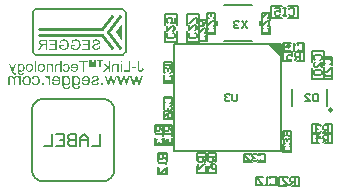
<source format=gbo>
%FSLAX24Y24*%
%MOIN*%
G70*
G01*
G75*
G04 Layer_Color=32896*
%ADD10R,0.0335X0.0256*%
%ADD11R,0.0177X0.0177*%
%ADD12R,0.0571X0.0217*%
%ADD13R,0.0571X0.0217*%
%ADD14R,0.0709X0.0394*%
G04:AMPARAMS|DCode=15|XSize=47.2mil|YSize=43.3mil|CornerRadius=0mil|HoleSize=0mil|Usage=FLASHONLY|Rotation=45.000|XOffset=0mil|YOffset=0mil|HoleType=Round|Shape=Rectangle|*
%AMROTATEDRECTD15*
4,1,4,-0.0014,-0.0320,-0.0320,-0.0014,0.0014,0.0320,0.0320,0.0014,-0.0014,-0.0320,0.0*
%
%ADD15ROTATEDRECTD15*%

%ADD16R,0.1850X0.1850*%
%ADD17O,0.0079X0.0256*%
%ADD18O,0.0256X0.0079*%
%ADD19R,0.0394X0.0394*%
%ADD20R,0.0236X0.0217*%
%ADD21R,0.0217X0.0236*%
%ADD22R,0.0256X0.0197*%
%ADD23R,0.0197X0.0256*%
%ADD24C,0.0394*%
%ADD25R,0.0197X0.0236*%
%ADD26R,0.0236X0.0197*%
%ADD27R,0.0315X0.0295*%
G04:AMPARAMS|DCode=28|XSize=19.7mil|YSize=23.6mil|CornerRadius=0mil|HoleSize=0mil|Usage=FLASHONLY|Rotation=45.000|XOffset=0mil|YOffset=0mil|HoleType=Round|Shape=Rectangle|*
%AMROTATEDRECTD28*
4,1,4,0.0014,-0.0153,-0.0153,0.0014,-0.0014,0.0153,0.0153,-0.0014,0.0014,-0.0153,0.0*
%
%ADD28ROTATEDRECTD28*%

%ADD29R,0.0787X0.0394*%
%ADD30C,0.0060*%
%ADD31C,0.0100*%
%ADD32C,0.0050*%
%ADD33C,0.0080*%
%ADD34C,0.0070*%
%ADD35C,0.0090*%
%ADD36C,0.0390*%
%ADD37O,0.1260X0.0709*%
%ADD38C,0.0433*%
%ADD39C,0.0200*%
%ADD40C,0.0197*%
%ADD41C,0.0118*%
%ADD42R,0.0472X0.0433*%
%ADD43C,0.0138*%
%ADD44C,0.0310*%
%ADD45R,0.0236X0.0335*%
%ADD46R,0.0394X0.0335*%
%ADD47R,0.0295X0.0315*%
%ADD48C,0.0039*%
%ADD49C,0.0098*%
%ADD50C,0.0059*%
%ADD51C,0.0079*%
%ADD52R,0.0395X0.0316*%
%ADD53R,0.0237X0.0237*%
%ADD54R,0.0631X0.0277*%
%ADD55R,0.0631X0.0277*%
%ADD56R,0.0769X0.0454*%
G04:AMPARAMS|DCode=57|XSize=53.2mil|YSize=49.3mil|CornerRadius=0mil|HoleSize=0mil|Usage=FLASHONLY|Rotation=45.000|XOffset=0mil|YOffset=0mil|HoleType=Round|Shape=Rectangle|*
%AMROTATEDRECTD57*
4,1,4,-0.0014,-0.0363,-0.0363,-0.0014,0.0014,0.0363,0.0363,0.0014,-0.0014,-0.0363,0.0*
%
%ADD57ROTATEDRECTD57*%

%ADD58R,0.1910X0.1910*%
%ADD59O,0.0139X0.0316*%
%ADD60O,0.0316X0.0139*%
%ADD61R,0.0296X0.0277*%
%ADD62R,0.0277X0.0296*%
%ADD63R,0.0316X0.0257*%
%ADD64R,0.0257X0.0316*%
%ADD65C,0.0787*%
%ADD66R,0.0257X0.0296*%
%ADD67R,0.0296X0.0257*%
%ADD68R,0.0375X0.0355*%
G04:AMPARAMS|DCode=69|XSize=25.7mil|YSize=29.6mil|CornerRadius=0mil|HoleSize=0mil|Usage=FLASHONLY|Rotation=45.000|XOffset=0mil|YOffset=0mil|HoleType=Round|Shape=Rectangle|*
%AMROTATEDRECTD69*
4,1,4,0.0014,-0.0196,-0.0196,0.0014,-0.0014,0.0196,0.0196,-0.0014,0.0014,-0.0196,0.0*
%
%ADD69ROTATEDRECTD69*%

%ADD70R,0.0847X0.0454*%
%ADD71C,0.0450*%
%ADD72O,0.1320X0.0769*%
%ADD73C,0.0493*%
%ADD74R,0.0532X0.0493*%
%ADD75C,0.0198*%
%ADD76C,0.0370*%
%ADD77R,0.0296X0.0395*%
%ADD78R,0.0454X0.0395*%
%ADD79R,0.0355X0.0375*%
%ADD80C,0.0110*%
G36*
X1371Y3867D02*
X1382Y3866D01*
X1392Y3864D01*
X1402Y3861D01*
X1411Y3858D01*
X1420Y3854D01*
X1428Y3850D01*
X1435Y3846D01*
X1441Y3843D01*
X1446Y3839D01*
X1451Y3835D01*
X1455Y3832D01*
X1459Y3829D01*
X1461Y3827D01*
X1462Y3826D01*
X1462Y3825D01*
X1470Y3817D01*
X1476Y3808D01*
X1480Y3798D01*
X1485Y3788D01*
X1489Y3778D01*
X1492Y3768D01*
X1495Y3758D01*
X1497Y3749D01*
X1499Y3740D01*
X1500Y3732D01*
X1501Y3724D01*
X1501Y3718D01*
Y3713D01*
X1502Y3708D01*
Y3706D01*
Y3705D01*
X1501Y3691D01*
X1500Y3679D01*
X1498Y3667D01*
X1496Y3656D01*
X1493Y3646D01*
X1490Y3636D01*
X1486Y3628D01*
X1482Y3619D01*
X1479Y3613D01*
X1475Y3607D01*
X1472Y3602D01*
X1469Y3597D01*
X1467Y3594D01*
X1465Y3592D01*
X1463Y3590D01*
X1463Y3590D01*
X1455Y3582D01*
X1447Y3576D01*
X1438Y3570D01*
X1429Y3566D01*
X1421Y3562D01*
X1412Y3558D01*
X1403Y3556D01*
X1395Y3553D01*
X1387Y3552D01*
X1379Y3551D01*
X1373Y3549D01*
X1367Y3549D01*
X1363D01*
X1359Y3548D01*
X1356D01*
X1346Y3549D01*
X1337Y3549D01*
X1320Y3552D01*
X1312Y3554D01*
X1305Y3557D01*
X1298Y3559D01*
X1292Y3562D01*
X1287Y3564D01*
X1283Y3566D01*
X1278Y3568D01*
X1275Y3570D01*
X1272Y3572D01*
X1270Y3573D01*
X1269Y3574D01*
X1269D01*
X1257Y3585D01*
X1247Y3597D01*
X1239Y3609D01*
X1232Y3620D01*
X1228Y3631D01*
X1226Y3636D01*
X1225Y3640D01*
X1223Y3643D01*
X1223Y3645D01*
X1222Y3647D01*
Y3647D01*
X1276Y3655D01*
X1280Y3643D01*
X1286Y3633D01*
X1291Y3624D01*
X1296Y3618D01*
X1301Y3613D01*
X1304Y3609D01*
X1307Y3607D01*
X1308Y3606D01*
X1315Y3601D01*
X1324Y3597D01*
X1332Y3595D01*
X1339Y3593D01*
X1346Y3592D01*
X1351Y3591D01*
X1356D01*
X1363Y3592D01*
X1370Y3592D01*
X1383Y3596D01*
X1394Y3600D01*
X1403Y3604D01*
X1410Y3609D01*
X1416Y3614D01*
X1418Y3615D01*
X1419Y3617D01*
X1420Y3617D01*
X1421Y3618D01*
X1425Y3623D01*
X1429Y3629D01*
X1435Y3641D01*
X1440Y3653D01*
X1444Y3666D01*
X1446Y3677D01*
X1447Y3682D01*
X1447Y3686D01*
X1448Y3690D01*
X1449Y3692D01*
Y3694D01*
Y3695D01*
X1220D01*
X1220Y3701D01*
Y3705D01*
Y3707D01*
Y3708D01*
X1220Y3722D01*
X1221Y3735D01*
X1224Y3747D01*
X1226Y3759D01*
X1229Y3769D01*
X1232Y3779D01*
X1236Y3788D01*
X1239Y3796D01*
X1243Y3803D01*
X1247Y3809D01*
X1250Y3814D01*
X1253Y3818D01*
X1255Y3822D01*
X1257Y3824D01*
X1258Y3826D01*
X1259Y3826D01*
X1267Y3833D01*
X1274Y3840D01*
X1283Y3845D01*
X1291Y3850D01*
X1300Y3854D01*
X1308Y3857D01*
X1316Y3861D01*
X1324Y3863D01*
X1331Y3865D01*
X1338Y3866D01*
X1344Y3867D01*
X1349Y3867D01*
X1353Y3868D01*
X1359D01*
X1371Y3867D01*
D02*
G37*
G36*
X2356D02*
X2367Y3866D01*
X2378Y3864D01*
X2387Y3861D01*
X2396Y3858D01*
X2405Y3854D01*
X2413Y3850D01*
X2420Y3846D01*
X2426Y3843D01*
X2431Y3839D01*
X2436Y3835D01*
X2440Y3832D01*
X2444Y3829D01*
X2446Y3827D01*
X2447Y3826D01*
X2447Y3825D01*
X2455Y3817D01*
X2461Y3808D01*
X2466Y3798D01*
X2471Y3788D01*
X2474Y3778D01*
X2477Y3768D01*
X2480Y3758D01*
X2482Y3749D01*
X2484Y3740D01*
X2485Y3732D01*
X2486Y3724D01*
X2486Y3718D01*
Y3713D01*
X2487Y3708D01*
Y3706D01*
Y3705D01*
X2486Y3691D01*
X2485Y3679D01*
X2483Y3667D01*
X2481Y3656D01*
X2478Y3646D01*
X2475Y3636D01*
X2471Y3628D01*
X2467Y3619D01*
X2464Y3613D01*
X2460Y3607D01*
X2457Y3602D01*
X2454Y3597D01*
X2452Y3594D01*
X2450Y3592D01*
X2448Y3590D01*
X2448Y3590D01*
X2440Y3582D01*
X2432Y3576D01*
X2423Y3570D01*
X2414Y3566D01*
X2406Y3562D01*
X2397Y3558D01*
X2388Y3556D01*
X2380Y3553D01*
X2372Y3552D01*
X2364Y3551D01*
X2358Y3549D01*
X2352Y3549D01*
X2348D01*
X2344Y3548D01*
X2341D01*
X2331Y3549D01*
X2322Y3549D01*
X2305Y3552D01*
X2297Y3554D01*
X2290Y3557D01*
X2283Y3559D01*
X2277Y3562D01*
X2272Y3564D01*
X2268Y3566D01*
X2263Y3568D01*
X2260Y3570D01*
X2257Y3572D01*
X2255Y3573D01*
X2254Y3574D01*
X2254D01*
X2242Y3585D01*
X2232Y3597D01*
X2224Y3609D01*
X2218Y3620D01*
X2213Y3631D01*
X2211Y3636D01*
X2210Y3640D01*
X2208Y3643D01*
X2208Y3645D01*
X2207Y3647D01*
Y3647D01*
X2261Y3655D01*
X2265Y3643D01*
X2271Y3633D01*
X2276Y3624D01*
X2281Y3618D01*
X2286Y3613D01*
X2290Y3609D01*
X2292Y3607D01*
X2293Y3606D01*
X2301Y3601D01*
X2309Y3597D01*
X2317Y3595D01*
X2324Y3593D01*
X2331Y3592D01*
X2336Y3591D01*
X2341D01*
X2348Y3592D01*
X2355Y3592D01*
X2368Y3596D01*
X2379Y3600D01*
X2388Y3604D01*
X2395Y3609D01*
X2401Y3614D01*
X2403Y3615D01*
X2404Y3617D01*
X2405Y3617D01*
X2406Y3618D01*
X2410Y3623D01*
X2414Y3629D01*
X2420Y3641D01*
X2425Y3653D01*
X2429Y3666D01*
X2431Y3677D01*
X2432Y3682D01*
X2433Y3686D01*
X2433Y3690D01*
X2434Y3692D01*
Y3694D01*
Y3695D01*
X2205D01*
X2205Y3701D01*
Y3705D01*
Y3707D01*
Y3708D01*
X2205Y3722D01*
X2207Y3735D01*
X2209Y3747D01*
X2211Y3759D01*
X2214Y3769D01*
X2217Y3779D01*
X2221Y3788D01*
X2224Y3796D01*
X2228Y3803D01*
X2232Y3809D01*
X2235Y3814D01*
X2238Y3818D01*
X2240Y3822D01*
X2242Y3824D01*
X2243Y3826D01*
X2244Y3826D01*
X2252Y3833D01*
X2259Y3840D01*
X2268Y3845D01*
X2276Y3850D01*
X2285Y3854D01*
X2293Y3857D01*
X2301Y3861D01*
X2309Y3863D01*
X2316Y3865D01*
X2323Y3866D01*
X2329Y3867D01*
X2334Y3867D01*
X2339Y3868D01*
X2345D01*
X2356Y3867D01*
D02*
G37*
G36*
X686D02*
X699Y3865D01*
X712Y3862D01*
X723Y3859D01*
X732Y3855D01*
X736Y3854D01*
X739Y3852D01*
X741Y3851D01*
X743Y3850D01*
X744Y3849D01*
X745D01*
X756Y3842D01*
X767Y3833D01*
X775Y3823D01*
X782Y3814D01*
X787Y3806D01*
X791Y3799D01*
X793Y3797D01*
X794Y3795D01*
X795Y3794D01*
Y3793D01*
X800Y3779D01*
X804Y3764D01*
X807Y3750D01*
X808Y3736D01*
X809Y3730D01*
Y3724D01*
X810Y3719D01*
X811Y3715D01*
Y3712D01*
Y3709D01*
Y3707D01*
Y3707D01*
X810Y3693D01*
X809Y3680D01*
X807Y3668D01*
X805Y3656D01*
X802Y3646D01*
X799Y3636D01*
X795Y3627D01*
X791Y3619D01*
X788Y3612D01*
X785Y3606D01*
X781Y3601D01*
X779Y3597D01*
X776Y3593D01*
X774Y3591D01*
X773Y3590D01*
X773Y3589D01*
X765Y3582D01*
X757Y3576D01*
X749Y3570D01*
X741Y3565D01*
X733Y3562D01*
X724Y3558D01*
X716Y3556D01*
X708Y3553D01*
X701Y3552D01*
X694Y3551D01*
X688Y3549D01*
X682Y3549D01*
X678D01*
X675Y3548D01*
X672D01*
X663Y3549D01*
X654Y3549D01*
X638Y3553D01*
X624Y3558D01*
X617Y3560D01*
X611Y3563D01*
X606Y3565D01*
X601Y3568D01*
X597Y3571D01*
X594Y3573D01*
X591Y3575D01*
X589Y3576D01*
X588Y3577D01*
X588Y3578D01*
X582Y3584D01*
X576Y3590D01*
X571Y3596D01*
X566Y3603D01*
X559Y3617D01*
X553Y3630D01*
X551Y3636D01*
X549Y3642D01*
X548Y3647D01*
X546Y3651D01*
X545Y3655D01*
X545Y3658D01*
X544Y3659D01*
Y3660D01*
X596Y3667D01*
X598Y3653D01*
X602Y3642D01*
X607Y3632D01*
X611Y3624D01*
X615Y3618D01*
X619Y3613D01*
X621Y3611D01*
X622Y3609D01*
X630Y3603D01*
X638Y3599D01*
X647Y3596D01*
X655Y3593D01*
X662Y3592D01*
X668Y3592D01*
X670Y3591D01*
X673D01*
X680Y3592D01*
X686Y3592D01*
X698Y3596D01*
X709Y3600D01*
X718Y3605D01*
X725Y3610D01*
X730Y3614D01*
X733Y3618D01*
X734Y3618D01*
X734Y3619D01*
X738Y3624D01*
X742Y3631D01*
X747Y3645D01*
X752Y3659D01*
X755Y3674D01*
X755Y3681D01*
X756Y3688D01*
X757Y3693D01*
Y3699D01*
X757Y3702D01*
Y3706D01*
Y3708D01*
Y3708D01*
X757Y3719D01*
X756Y3730D01*
X755Y3739D01*
X753Y3748D01*
X752Y3756D01*
X750Y3763D01*
X747Y3769D01*
X745Y3776D01*
X743Y3780D01*
X741Y3785D01*
X739Y3789D01*
X737Y3791D01*
X735Y3794D01*
X734Y3796D01*
X733Y3796D01*
Y3797D01*
X728Y3802D01*
X723Y3806D01*
X718Y3810D01*
X713Y3813D01*
X702Y3818D01*
X692Y3822D01*
X684Y3823D01*
X680Y3824D01*
X676Y3824D01*
X674Y3825D01*
X670D01*
X660Y3824D01*
X652Y3823D01*
X645Y3820D01*
X638Y3817D01*
X633Y3814D01*
X629Y3812D01*
X626Y3810D01*
X626Y3809D01*
X619Y3802D01*
X614Y3795D01*
X610Y3788D01*
X606Y3780D01*
X603Y3774D01*
X602Y3768D01*
X600Y3766D01*
Y3765D01*
X600Y3764D01*
Y3763D01*
X549Y3771D01*
X554Y3788D01*
X560Y3802D01*
X566Y3814D01*
X574Y3824D01*
X577Y3828D01*
X580Y3832D01*
X583Y3835D01*
X586Y3838D01*
X588Y3840D01*
X589Y3842D01*
X590Y3842D01*
X591Y3843D01*
X597Y3847D01*
X603Y3851D01*
X616Y3857D01*
X630Y3862D01*
X643Y3865D01*
X649Y3866D01*
X654Y3867D01*
X659Y3867D01*
X663D01*
X667Y3868D01*
X671D01*
X686Y3867D01*
D02*
G37*
G36*
X1050D02*
X1056Y3866D01*
X1063Y3865D01*
X1067Y3863D01*
X1071Y3861D01*
X1075Y3859D01*
X1077Y3858D01*
X1077Y3857D01*
X1083Y3853D01*
X1089Y3846D01*
X1094Y3839D01*
X1099Y3832D01*
X1103Y3825D01*
X1107Y3820D01*
X1108Y3817D01*
X1109Y3816D01*
X1110Y3815D01*
Y3861D01*
X1157D01*
Y3555D01*
X1105D01*
Y3714D01*
X1104Y3727D01*
X1104Y3738D01*
X1102Y3748D01*
X1100Y3757D01*
X1099Y3765D01*
X1098Y3770D01*
X1097Y3772D01*
Y3774D01*
X1097Y3774D01*
Y3775D01*
X1094Y3782D01*
X1091Y3787D01*
X1088Y3792D01*
X1085Y3796D01*
X1082Y3799D01*
X1080Y3802D01*
X1078Y3803D01*
X1077Y3804D01*
X1072Y3807D01*
X1067Y3810D01*
X1061Y3811D01*
X1057Y3813D01*
X1053Y3813D01*
X1049Y3814D01*
X1047D01*
X1039Y3813D01*
X1032Y3812D01*
X1026Y3811D01*
X1020Y3809D01*
X1015Y3806D01*
X1011Y3805D01*
X1009Y3804D01*
X1008Y3803D01*
X990Y3851D01*
X1000Y3856D01*
X1010Y3861D01*
X1019Y3864D01*
X1027Y3866D01*
X1034Y3867D01*
X1039Y3868D01*
X1044D01*
X1050Y3867D01*
D02*
G37*
G36*
X2914Y3555D02*
X2854D01*
Y3614D01*
X2914D01*
Y3555D01*
D02*
G37*
G36*
X3300D02*
X3246D01*
X3184Y3790D01*
X3172Y3738D01*
X3123Y3555D01*
X3069D01*
X2973Y3861D01*
X3024D01*
X3077Y3684D01*
X3094Y3625D01*
X3109Y3683D01*
X3155Y3861D01*
X3209D01*
X3257Y3681D01*
X3260Y3671D01*
X3262Y3662D01*
X3264Y3654D01*
X3266Y3647D01*
X3267Y3641D01*
X3269Y3636D01*
X3270Y3631D01*
X3271Y3628D01*
X3271Y3625D01*
X3272Y3623D01*
X3272Y3620D01*
X3273Y3619D01*
Y3618D01*
X3291Y3684D01*
X3340Y3861D01*
X3393D01*
X3300Y3555D01*
D02*
G37*
G36*
X1715Y3867D02*
X1729Y3865D01*
X1741Y3861D01*
X1751Y3858D01*
X1760Y3854D01*
X1763Y3853D01*
X1766Y3851D01*
X1768Y3849D01*
X1770Y3849D01*
X1771Y3848D01*
X1771D01*
X1782Y3839D01*
X1791Y3830D01*
X1799Y3821D01*
X1806Y3811D01*
X1811Y3803D01*
X1813Y3800D01*
X1814Y3796D01*
X1815Y3794D01*
X1817Y3792D01*
X1817Y3791D01*
Y3790D01*
X1823Y3776D01*
X1826Y3762D01*
X1829Y3749D01*
X1831Y3736D01*
X1832Y3730D01*
Y3725D01*
X1832Y3721D01*
X1833Y3717D01*
Y3714D01*
Y3712D01*
Y3710D01*
Y3710D01*
X1832Y3698D01*
X1831Y3686D01*
X1830Y3676D01*
X1828Y3666D01*
X1825Y3656D01*
X1822Y3647D01*
X1819Y3639D01*
X1815Y3631D01*
X1813Y3624D01*
X1809Y3618D01*
X1807Y3613D01*
X1804Y3608D01*
X1802Y3604D01*
X1800Y3602D01*
X1799Y3601D01*
X1798Y3600D01*
X1792Y3592D01*
X1784Y3585D01*
X1776Y3579D01*
X1769Y3574D01*
X1760Y3570D01*
X1752Y3566D01*
X1744Y3563D01*
X1736Y3560D01*
X1729Y3559D01*
X1723Y3557D01*
X1716Y3557D01*
X1711Y3556D01*
X1707D01*
X1703Y3555D01*
X1700D01*
X1691Y3556D01*
X1682Y3557D01*
X1674Y3559D01*
X1666Y3561D01*
X1652Y3568D01*
X1645Y3571D01*
X1639Y3575D01*
X1634Y3579D01*
X1629Y3582D01*
X1625Y3586D01*
X1622Y3589D01*
X1619Y3591D01*
X1617Y3593D01*
X1616Y3595D01*
X1616Y3595D01*
Y3586D01*
Y3578D01*
Y3570D01*
X1616Y3564D01*
Y3558D01*
X1617Y3552D01*
Y3547D01*
X1617Y3543D01*
X1618Y3540D01*
Y3537D01*
X1619Y3532D01*
X1620Y3530D01*
Y3529D01*
X1622Y3520D01*
X1627Y3512D01*
X1631Y3505D01*
X1635Y3499D01*
X1639Y3495D01*
X1643Y3492D01*
X1645Y3490D01*
X1646Y3489D01*
X1654Y3484D01*
X1663Y3480D01*
X1672Y3478D01*
X1681Y3476D01*
X1690Y3475D01*
X1696Y3474D01*
X1702D01*
X1714Y3475D01*
X1724Y3476D01*
X1733Y3479D01*
X1741Y3482D01*
X1747Y3484D01*
X1751Y3487D01*
X1753Y3488D01*
X1754Y3489D01*
X1759Y3493D01*
X1763Y3499D01*
X1767Y3504D01*
X1769Y3510D01*
X1770Y3515D01*
X1771Y3519D01*
X1772Y3522D01*
Y3523D01*
X1823Y3530D01*
Y3521D01*
X1822Y3513D01*
X1820Y3505D01*
X1818Y3498D01*
X1815Y3491D01*
X1813Y3485D01*
X1810Y3480D01*
X1807Y3475D01*
X1804Y3470D01*
X1801Y3466D01*
X1798Y3463D01*
X1795Y3460D01*
X1793Y3459D01*
X1792Y3457D01*
X1791Y3457D01*
X1790Y3456D01*
X1784Y3452D01*
X1776Y3448D01*
X1762Y3442D01*
X1747Y3437D01*
X1733Y3435D01*
X1726Y3433D01*
X1721Y3432D01*
X1715Y3432D01*
X1710D01*
X1707Y3431D01*
X1702D01*
X1685Y3432D01*
X1670Y3434D01*
X1656Y3437D01*
X1646Y3440D01*
X1641Y3442D01*
X1636Y3443D01*
X1633Y3445D01*
X1630Y3446D01*
X1627Y3447D01*
X1626Y3448D01*
X1625Y3449D01*
X1624D01*
X1613Y3456D01*
X1603Y3464D01*
X1595Y3471D01*
X1589Y3479D01*
X1584Y3486D01*
X1581Y3491D01*
X1579Y3493D01*
X1578Y3495D01*
X1578Y3496D01*
Y3496D01*
X1575Y3502D01*
X1573Y3509D01*
X1571Y3516D01*
X1569Y3524D01*
X1567Y3541D01*
X1565Y3558D01*
X1564Y3565D01*
X1564Y3573D01*
Y3579D01*
X1563Y3585D01*
Y3590D01*
Y3593D01*
Y3596D01*
Y3597D01*
Y3861D01*
X1611D01*
Y3823D01*
X1617Y3831D01*
X1625Y3838D01*
X1632Y3844D01*
X1639Y3849D01*
X1647Y3854D01*
X1655Y3857D01*
X1662Y3860D01*
X1669Y3862D01*
X1675Y3864D01*
X1681Y3866D01*
X1687Y3867D01*
X1691Y3867D01*
X1695D01*
X1698Y3868D01*
X1700D01*
X1715Y3867D01*
D02*
G37*
G36*
X2044D02*
X2057Y3865D01*
X2069Y3861D01*
X2079Y3858D01*
X2088Y3854D01*
X2092Y3853D01*
X2094Y3851D01*
X2096Y3849D01*
X2098Y3849D01*
X2099Y3848D01*
X2100D01*
X2110Y3839D01*
X2120Y3830D01*
X2127Y3821D01*
X2134Y3811D01*
X2139Y3803D01*
X2141Y3800D01*
X2143Y3796D01*
X2144Y3794D01*
X2145Y3792D01*
X2145Y3791D01*
Y3790D01*
X2151Y3776D01*
X2155Y3762D01*
X2158Y3749D01*
X2159Y3736D01*
X2160Y3730D01*
Y3725D01*
X2161Y3721D01*
X2161Y3717D01*
Y3714D01*
Y3712D01*
Y3710D01*
Y3710D01*
X2161Y3698D01*
X2160Y3686D01*
X2158Y3676D01*
X2156Y3666D01*
X2153Y3656D01*
X2150Y3647D01*
X2147Y3639D01*
X2144Y3631D01*
X2141Y3624D01*
X2138Y3618D01*
X2135Y3613D01*
X2132Y3608D01*
X2130Y3604D01*
X2128Y3602D01*
X2127Y3601D01*
X2127Y3600D01*
X2120Y3592D01*
X2112Y3585D01*
X2105Y3579D01*
X2097Y3574D01*
X2089Y3570D01*
X2081Y3566D01*
X2072Y3563D01*
X2065Y3560D01*
X2057Y3559D01*
X2051Y3557D01*
X2045Y3557D01*
X2039Y3556D01*
X2035D01*
X2032Y3555D01*
X2029D01*
X2019Y3556D01*
X2011Y3557D01*
X2002Y3559D01*
X1994Y3561D01*
X1980Y3568D01*
X1973Y3571D01*
X1967Y3575D01*
X1962Y3579D01*
X1957Y3582D01*
X1954Y3586D01*
X1950Y3589D01*
X1947Y3591D01*
X1946Y3593D01*
X1945Y3595D01*
X1944Y3595D01*
Y3586D01*
Y3578D01*
Y3570D01*
X1945Y3564D01*
Y3558D01*
X1945Y3552D01*
Y3547D01*
X1946Y3543D01*
X1946Y3540D01*
Y3537D01*
X1947Y3532D01*
X1948Y3530D01*
Y3529D01*
X1951Y3520D01*
X1955Y3512D01*
X1959Y3505D01*
X1963Y3499D01*
X1968Y3495D01*
X1971Y3492D01*
X1973Y3490D01*
X1974Y3489D01*
X1983Y3484D01*
X1991Y3480D01*
X2001Y3478D01*
X2010Y3476D01*
X2018Y3475D01*
X2024Y3474D01*
X2030D01*
X2042Y3475D01*
X2052Y3476D01*
X2061Y3479D01*
X2069Y3482D01*
X2075Y3484D01*
X2079Y3487D01*
X2082Y3488D01*
X2083Y3489D01*
X2088Y3493D01*
X2092Y3499D01*
X2095Y3504D01*
X2097Y3510D01*
X2099Y3515D01*
X2100Y3519D01*
X2100Y3522D01*
Y3523D01*
X2151Y3530D01*
Y3521D01*
X2150Y3513D01*
X2148Y3505D01*
X2147Y3498D01*
X2144Y3491D01*
X2141Y3485D01*
X2138Y3480D01*
X2135Y3475D01*
X2132Y3470D01*
X2129Y3466D01*
X2126Y3463D01*
X2123Y3460D01*
X2122Y3459D01*
X2120Y3457D01*
X2119Y3457D01*
X2119Y3456D01*
X2112Y3452D01*
X2105Y3448D01*
X2090Y3442D01*
X2076Y3437D01*
X2061Y3435D01*
X2055Y3433D01*
X2049Y3432D01*
X2044Y3432D01*
X2039D01*
X2035Y3431D01*
X2030D01*
X2013Y3432D01*
X1998Y3434D01*
X1985Y3437D01*
X1974Y3440D01*
X1969Y3442D01*
X1964Y3443D01*
X1961Y3445D01*
X1958Y3446D01*
X1956Y3447D01*
X1954Y3448D01*
X1953Y3449D01*
X1952D01*
X1941Y3456D01*
X1931Y3464D01*
X1924Y3471D01*
X1917Y3479D01*
X1912Y3486D01*
X1909Y3491D01*
X1908Y3493D01*
X1907Y3495D01*
X1906Y3496D01*
Y3496D01*
X1903Y3502D01*
X1901Y3509D01*
X1899Y3516D01*
X1897Y3524D01*
X1895Y3541D01*
X1893Y3558D01*
X1892Y3565D01*
X1892Y3573D01*
Y3579D01*
X1891Y3585D01*
Y3590D01*
Y3593D01*
Y3596D01*
Y3597D01*
Y3861D01*
X1939D01*
Y3823D01*
X1946Y3831D01*
X1953Y3838D01*
X1961Y3844D01*
X1968Y3849D01*
X1975Y3854D01*
X1983Y3857D01*
X1990Y3860D01*
X1997Y3862D01*
X2004Y3864D01*
X2010Y3866D01*
X2015Y3867D01*
X2019Y3867D01*
X2023D01*
X2027Y3868D01*
X2029D01*
X2044Y3867D01*
D02*
G37*
G36*
X44Y3867D02*
X54Y3866D01*
X63Y3864D01*
X71Y3861D01*
X78Y3859D01*
X83Y3856D01*
X86Y3855D01*
X87Y3854D01*
X87D01*
X96Y3849D01*
X103Y3843D01*
X110Y3837D01*
X115Y3831D01*
X120Y3826D01*
X123Y3822D01*
X125Y3819D01*
X126Y3818D01*
Y3861D01*
X172D01*
Y3555D01*
X120D01*
Y3713D01*
X120Y3728D01*
X119Y3741D01*
X118Y3752D01*
X116Y3761D01*
X115Y3768D01*
X113Y3773D01*
X113Y3776D01*
X112Y3777D01*
X108Y3785D01*
X104Y3792D01*
X99Y3798D01*
X95Y3802D01*
X91Y3806D01*
X88Y3809D01*
X85Y3811D01*
X85Y3811D01*
X77Y3815D01*
X70Y3818D01*
X64Y3820D01*
X57Y3821D01*
X52Y3822D01*
X48Y3823D01*
X44D01*
X34Y3822D01*
X25Y3820D01*
X18Y3817D01*
X13Y3814D01*
X8Y3811D01*
X5Y3808D01*
X3Y3806D01*
X3Y3805D01*
X-2Y3798D01*
X-4Y3790D01*
X-7Y3782D01*
X-8Y3773D01*
X-9Y3766D01*
X-10Y3759D01*
Y3757D01*
Y3755D01*
Y3754D01*
Y3754D01*
Y3555D01*
X-62D01*
Y3733D01*
Y3741D01*
X-63Y3749D01*
X-64Y3756D01*
X-65Y3763D01*
X-67Y3769D01*
X-68Y3775D01*
X-71Y3780D01*
X-73Y3784D01*
X-77Y3791D01*
X-80Y3797D01*
X-82Y3800D01*
X-83Y3801D01*
X-91Y3808D01*
X-101Y3813D01*
X-110Y3817D01*
X-118Y3820D01*
X-126Y3822D01*
X-132Y3822D01*
X-134Y3823D01*
X-138D01*
X-144Y3822D01*
X-150Y3822D01*
X-155Y3820D01*
X-160Y3818D01*
X-163Y3817D01*
X-166Y3816D01*
X-168Y3815D01*
X-168Y3814D01*
X-173Y3811D01*
X-177Y3807D01*
X-181Y3804D01*
X-183Y3800D01*
X-185Y3797D01*
X-186Y3794D01*
X-187Y3793D01*
Y3792D01*
X-189Y3786D01*
X-190Y3779D01*
X-191Y3772D01*
X-192Y3765D01*
X-192Y3758D01*
Y3752D01*
Y3750D01*
Y3749D01*
Y3748D01*
Y3747D01*
Y3555D01*
X-244D01*
Y3765D01*
Y3774D01*
X-243Y3783D01*
X-242Y3791D01*
X-240Y3799D01*
X-238Y3806D01*
X-236Y3812D01*
X-234Y3818D01*
X-232Y3823D01*
X-229Y3828D01*
X-227Y3832D01*
X-225Y3835D01*
X-223Y3838D01*
X-221Y3840D01*
X-220Y3842D01*
X-220Y3842D01*
X-219Y3843D01*
X-214Y3847D01*
X-209Y3851D01*
X-198Y3857D01*
X-186Y3862D01*
X-175Y3865D01*
X-165Y3867D01*
X-160Y3867D01*
X-156D01*
X-153Y3868D01*
X-149D01*
X-138Y3867D01*
X-128Y3866D01*
X-118Y3863D01*
X-109Y3860D01*
X-101Y3855D01*
X-93Y3851D01*
X-86Y3846D01*
X-79Y3841D01*
X-74Y3836D01*
X-69Y3831D01*
X-64Y3827D01*
X-61Y3822D01*
X-58Y3819D01*
X-56Y3816D01*
X-55Y3815D01*
X-54Y3814D01*
X-50Y3823D01*
X-45Y3831D01*
X-40Y3838D01*
X-35Y3843D01*
X-30Y3848D01*
X-26Y3851D01*
X-24Y3853D01*
X-23Y3854D01*
X-14Y3859D01*
X-5Y3862D01*
X4Y3865D01*
X13Y3866D01*
X21Y3867D01*
X27Y3868D01*
X33D01*
X44Y3867D01*
D02*
G37*
G36*
X3727Y3555D02*
X3673D01*
X3611Y3790D01*
X3599Y3738D01*
X3550Y3555D01*
X3496D01*
X3400Y3861D01*
X3451D01*
X3503Y3684D01*
X3521Y3625D01*
X3536Y3683D01*
X3582Y3861D01*
X3635D01*
X3684Y3681D01*
X3687Y3671D01*
X3689Y3662D01*
X3691Y3654D01*
X3693Y3647D01*
X3694Y3641D01*
X3695Y3636D01*
X3696Y3631D01*
X3698Y3628D01*
X3698Y3625D01*
X3699Y3623D01*
X3699Y3620D01*
X3700Y3619D01*
Y3618D01*
X3717Y3684D01*
X3766Y3861D01*
X3820D01*
X3727Y3555D01*
D02*
G37*
G36*
X4154D02*
X4100D01*
X4037Y3790D01*
X4025Y3738D01*
X3976Y3555D01*
X3923D01*
X3827Y3861D01*
X3877D01*
X3930Y3684D01*
X3948Y3625D01*
X3963Y3683D01*
X4009Y3861D01*
X4062D01*
X4111Y3681D01*
X4113Y3671D01*
X4116Y3662D01*
X4118Y3654D01*
X4119Y3647D01*
X4121Y3641D01*
X4122Y3636D01*
X4123Y3631D01*
X4124Y3628D01*
X4125Y3625D01*
X4125Y3623D01*
X4126Y3620D01*
X4127Y3619D01*
Y3618D01*
X4144Y3684D01*
X4193Y3861D01*
X4247D01*
X4154Y3555D01*
D02*
G37*
G36*
X1620Y5084D02*
X1629Y5084D01*
X1646Y5082D01*
X1654Y5080D01*
X1661Y5078D01*
X1668Y5076D01*
X1674Y5074D01*
X1680Y5073D01*
X1685Y5070D01*
X1690Y5069D01*
X1693Y5067D01*
X1696Y5065D01*
X1698Y5065D01*
X1700Y5064D01*
X1700Y5064D01*
X1707Y5060D01*
X1714Y5055D01*
X1726Y5045D01*
X1731Y5040D01*
X1736Y5035D01*
X1740Y5029D01*
X1744Y5024D01*
X1748Y5019D01*
X1751Y5015D01*
X1754Y5011D01*
X1756Y5007D01*
X1758Y5004D01*
X1759Y5002D01*
X1759Y5001D01*
X1760Y5000D01*
X1763Y4992D01*
X1766Y4984D01*
X1772Y4968D01*
X1775Y4952D01*
X1776Y4945D01*
X1777Y4938D01*
X1778Y4931D01*
X1779Y4926D01*
X1780Y4920D01*
Y4916D01*
X1780Y4912D01*
Y4910D01*
Y4908D01*
Y4908D01*
X1780Y4898D01*
X1779Y4890D01*
X1777Y4872D01*
X1775Y4864D01*
X1773Y4857D01*
X1772Y4850D01*
X1769Y4844D01*
X1768Y4838D01*
X1766Y4833D01*
X1764Y4828D01*
X1762Y4824D01*
X1761Y4821D01*
X1760Y4819D01*
X1759Y4818D01*
Y4817D01*
X1755Y4810D01*
X1751Y4803D01*
X1746Y4796D01*
X1741Y4791D01*
X1736Y4785D01*
X1731Y4780D01*
X1726Y4775D01*
X1721Y4771D01*
X1716Y4768D01*
X1712Y4764D01*
X1708Y4762D01*
X1705Y4759D01*
X1702Y4758D01*
X1700Y4756D01*
X1698Y4756D01*
X1698Y4755D01*
X1690Y4752D01*
X1682Y4748D01*
X1667Y4743D01*
X1651Y4740D01*
X1644Y4738D01*
X1637Y4737D01*
X1631Y4736D01*
X1625Y4736D01*
X1620Y4735D01*
X1616D01*
X1612Y4734D01*
X1607D01*
X1593Y4735D01*
X1580Y4736D01*
X1568Y4739D01*
X1557Y4741D01*
X1552Y4742D01*
X1548Y4744D01*
X1544Y4744D01*
X1541Y4745D01*
X1538Y4746D01*
X1537Y4747D01*
X1535Y4748D01*
X1535D01*
X1522Y4753D01*
X1509Y4759D01*
X1498Y4766D01*
X1487Y4772D01*
X1483Y4775D01*
X1479Y4778D01*
X1475Y4780D01*
X1472Y4782D01*
X1470Y4784D01*
X1468Y4785D01*
X1467Y4786D01*
X1466Y4787D01*
Y4913D01*
X1610D01*
Y4873D01*
X1511D01*
Y4809D01*
X1517Y4804D01*
X1523Y4800D01*
X1530Y4796D01*
X1537Y4792D01*
X1543Y4789D01*
X1548Y4787D01*
X1550Y4787D01*
X1552Y4786D01*
X1552Y4785D01*
X1553D01*
X1563Y4782D01*
X1574Y4779D01*
X1583Y4777D01*
X1592Y4776D01*
X1599Y4775D01*
X1602D01*
X1605Y4774D01*
X1610D01*
X1622Y4775D01*
X1634Y4777D01*
X1645Y4779D01*
X1654Y4782D01*
X1658Y4783D01*
X1662Y4785D01*
X1665Y4785D01*
X1668Y4787D01*
X1670Y4788D01*
X1672Y4789D01*
X1673Y4789D01*
X1673D01*
X1684Y4795D01*
X1693Y4802D01*
X1701Y4810D01*
X1707Y4817D01*
X1712Y4824D01*
X1714Y4827D01*
X1715Y4830D01*
X1717Y4831D01*
X1717Y4833D01*
X1718Y4834D01*
Y4834D01*
X1724Y4846D01*
X1727Y4859D01*
X1730Y4872D01*
X1732Y4884D01*
X1732Y4889D01*
X1733Y4894D01*
X1733Y4899D01*
Y4903D01*
X1734Y4906D01*
Y4908D01*
Y4910D01*
Y4910D01*
X1733Y4924D01*
X1731Y4937D01*
X1730Y4948D01*
X1727Y4958D01*
X1726Y4963D01*
X1725Y4967D01*
X1724Y4970D01*
X1723Y4973D01*
X1722Y4975D01*
X1721Y4977D01*
X1721Y4978D01*
Y4979D01*
X1718Y4985D01*
X1714Y4992D01*
X1711Y4998D01*
X1708Y5002D01*
X1705Y5006D01*
X1702Y5009D01*
X1700Y5011D01*
X1700Y5012D01*
X1694Y5017D01*
X1688Y5023D01*
X1682Y5027D01*
X1676Y5030D01*
X1672Y5033D01*
X1667Y5035D01*
X1664Y5036D01*
X1664Y5037D01*
X1664D01*
X1655Y5040D01*
X1646Y5043D01*
X1637Y5044D01*
X1628Y5045D01*
X1621Y5046D01*
X1618D01*
X1616Y5046D01*
X1610D01*
X1601Y5046D01*
X1592Y5045D01*
X1584Y5043D01*
X1578Y5042D01*
X1572Y5040D01*
X1567Y5039D01*
X1565Y5038D01*
X1564Y5037D01*
X1564D01*
X1556Y5034D01*
X1550Y5030D01*
X1544Y5026D01*
X1540Y5022D01*
X1536Y5019D01*
X1533Y5016D01*
X1532Y5014D01*
X1531Y5013D01*
X1527Y5008D01*
X1523Y5001D01*
X1520Y4994D01*
X1518Y4988D01*
X1515Y4982D01*
X1514Y4977D01*
X1513Y4975D01*
X1513Y4974D01*
X1512Y4973D01*
Y4973D01*
X1472Y4984D01*
X1475Y4996D01*
X1480Y5007D01*
X1484Y5017D01*
X1488Y5024D01*
X1492Y5031D01*
X1493Y5034D01*
X1495Y5035D01*
X1496Y5037D01*
X1497Y5039D01*
X1498Y5039D01*
Y5039D01*
X1504Y5047D01*
X1512Y5054D01*
X1520Y5059D01*
X1527Y5064D01*
X1534Y5068D01*
X1537Y5069D01*
X1539Y5070D01*
X1541Y5071D01*
X1543Y5072D01*
X1544Y5073D01*
X1544D01*
X1556Y5076D01*
X1567Y5080D01*
X1578Y5082D01*
X1589Y5084D01*
X1593Y5084D01*
X1597Y5084D01*
X1601D01*
X1604Y5085D01*
X1611D01*
X1620Y5084D01*
D02*
G37*
G36*
X1377Y4740D02*
X1124D01*
Y4780D01*
X1332D01*
Y4896D01*
X1145D01*
Y4936D01*
X1332D01*
Y5039D01*
X1132D01*
Y5079D01*
X1377D01*
Y4740D01*
D02*
G37*
G36*
X2010Y5084D02*
X2019Y5084D01*
X2036Y5082D01*
X2044Y5080D01*
X2051Y5078D01*
X2058Y5076D01*
X2064Y5074D01*
X2070Y5073D01*
X2075Y5070D01*
X2080Y5069D01*
X2083Y5067D01*
X2086Y5065D01*
X2088Y5065D01*
X2090Y5064D01*
X2090Y5064D01*
X2097Y5060D01*
X2104Y5055D01*
X2116Y5045D01*
X2121Y5040D01*
X2126Y5035D01*
X2130Y5029D01*
X2134Y5024D01*
X2138Y5019D01*
X2141Y5015D01*
X2144Y5011D01*
X2146Y5007D01*
X2148Y5004D01*
X2149Y5002D01*
X2149Y5001D01*
X2150Y5000D01*
X2153Y4992D01*
X2156Y4984D01*
X2162Y4968D01*
X2165Y4952D01*
X2166Y4945D01*
X2167Y4938D01*
X2168Y4931D01*
X2169Y4926D01*
X2170Y4920D01*
Y4916D01*
X2170Y4912D01*
Y4910D01*
Y4908D01*
Y4908D01*
X2170Y4898D01*
X2169Y4890D01*
X2167Y4872D01*
X2165Y4864D01*
X2163Y4857D01*
X2162Y4850D01*
X2159Y4844D01*
X2158Y4838D01*
X2156Y4833D01*
X2154Y4828D01*
X2152Y4824D01*
X2151Y4821D01*
X2150Y4819D01*
X2149Y4818D01*
Y4817D01*
X2145Y4810D01*
X2141Y4803D01*
X2136Y4796D01*
X2131Y4791D01*
X2126Y4785D01*
X2121Y4780D01*
X2116Y4775D01*
X2111Y4771D01*
X2106Y4768D01*
X2102Y4764D01*
X2098Y4762D01*
X2095Y4759D01*
X2092Y4758D01*
X2090Y4756D01*
X2088Y4756D01*
X2088Y4755D01*
X2080Y4752D01*
X2072Y4748D01*
X2057Y4743D01*
X2041Y4740D01*
X2034Y4738D01*
X2027Y4737D01*
X2021Y4736D01*
X2015Y4736D01*
X2010Y4735D01*
X2006D01*
X2002Y4734D01*
X1997D01*
X1983Y4735D01*
X1970Y4736D01*
X1958Y4739D01*
X1947Y4741D01*
X1942Y4742D01*
X1938Y4744D01*
X1934Y4744D01*
X1931Y4745D01*
X1928Y4746D01*
X1927Y4747D01*
X1925Y4748D01*
X1925D01*
X1912Y4753D01*
X1899Y4759D01*
X1888Y4766D01*
X1877Y4772D01*
X1873Y4775D01*
X1869Y4778D01*
X1865Y4780D01*
X1862Y4782D01*
X1860Y4784D01*
X1858Y4785D01*
X1857Y4786D01*
X1856Y4787D01*
Y4913D01*
X2000D01*
Y4873D01*
X1901D01*
Y4809D01*
X1907Y4804D01*
X1913Y4800D01*
X1920Y4796D01*
X1927Y4792D01*
X1933Y4789D01*
X1938Y4787D01*
X1940Y4787D01*
X1942Y4786D01*
X1942Y4785D01*
X1943D01*
X1953Y4782D01*
X1964Y4779D01*
X1973Y4777D01*
X1982Y4776D01*
X1989Y4775D01*
X1992D01*
X1995Y4774D01*
X2000D01*
X2012Y4775D01*
X2024Y4777D01*
X2035Y4779D01*
X2044Y4782D01*
X2048Y4783D01*
X2052Y4785D01*
X2055Y4785D01*
X2058Y4787D01*
X2060Y4788D01*
X2062Y4789D01*
X2063Y4789D01*
X2063D01*
X2074Y4795D01*
X2083Y4802D01*
X2091Y4810D01*
X2097Y4817D01*
X2102Y4824D01*
X2104Y4827D01*
X2105Y4830D01*
X2106Y4831D01*
X2107Y4833D01*
X2108Y4834D01*
Y4834D01*
X2114Y4846D01*
X2117Y4859D01*
X2120Y4872D01*
X2122Y4884D01*
X2122Y4889D01*
X2123Y4894D01*
X2123Y4899D01*
Y4903D01*
X2124Y4906D01*
Y4908D01*
Y4910D01*
Y4910D01*
X2123Y4924D01*
X2121Y4937D01*
X2120Y4948D01*
X2117Y4958D01*
X2116Y4963D01*
X2115Y4967D01*
X2114Y4970D01*
X2113Y4973D01*
X2112Y4975D01*
X2111Y4977D01*
X2111Y4978D01*
Y4979D01*
X2108Y4985D01*
X2104Y4992D01*
X2101Y4998D01*
X2098Y5002D01*
X2095Y5006D01*
X2092Y5009D01*
X2090Y5011D01*
X2090Y5012D01*
X2084Y5017D01*
X2078Y5023D01*
X2072Y5027D01*
X2066Y5030D01*
X2062Y5033D01*
X2057Y5035D01*
X2054Y5036D01*
X2054Y5037D01*
X2054D01*
X2045Y5040D01*
X2036Y5043D01*
X2027Y5044D01*
X2018Y5045D01*
X2011Y5046D01*
X2008D01*
X2006Y5046D01*
X2000D01*
X1991Y5046D01*
X1982Y5045D01*
X1974Y5043D01*
X1968Y5042D01*
X1962Y5040D01*
X1957Y5039D01*
X1955Y5038D01*
X1954Y5037D01*
X1954D01*
X1946Y5034D01*
X1940Y5030D01*
X1934Y5026D01*
X1930Y5022D01*
X1926Y5019D01*
X1923Y5016D01*
X1922Y5014D01*
X1921Y5013D01*
X1917Y5008D01*
X1913Y5001D01*
X1910Y4994D01*
X1908Y4988D01*
X1905Y4982D01*
X1904Y4977D01*
X1903Y4975D01*
X1903Y4974D01*
X1902Y4973D01*
Y4973D01*
X1862Y4984D01*
X1865Y4996D01*
X1870Y5007D01*
X1874Y5017D01*
X1878Y5024D01*
X1882Y5031D01*
X1883Y5034D01*
X1885Y5035D01*
X1886Y5037D01*
X1887Y5039D01*
X1888Y5039D01*
Y5039D01*
X1894Y5047D01*
X1902Y5054D01*
X1910Y5059D01*
X1917Y5064D01*
X1924Y5068D01*
X1927Y5069D01*
X1929Y5070D01*
X1931Y5071D01*
X1933Y5072D01*
X1934Y5073D01*
X1934D01*
X1946Y5076D01*
X1957Y5080D01*
X1968Y5082D01*
X1979Y5084D01*
X1983Y5084D01*
X1987Y5084D01*
X1991D01*
X1994Y5085D01*
X2001D01*
X2010Y5084D01*
D02*
G37*
G36*
X2709D02*
X2721Y5083D01*
X2732Y5081D01*
X2741Y5079D01*
X2745Y5078D01*
X2749Y5077D01*
X2752Y5076D01*
X2754Y5075D01*
X2757Y5074D01*
X2758Y5073D01*
X2759Y5073D01*
X2759D01*
X2769Y5068D01*
X2778Y5063D01*
X2785Y5057D01*
X2791Y5052D01*
X2795Y5047D01*
X2799Y5043D01*
X2801Y5040D01*
X2802Y5039D01*
Y5039D01*
X2807Y5031D01*
X2810Y5022D01*
X2813Y5014D01*
X2814Y5007D01*
X2815Y5000D01*
X2816Y4995D01*
X2816Y4994D01*
Y4992D01*
Y4991D01*
Y4991D01*
X2816Y4983D01*
X2814Y4975D01*
X2813Y4967D01*
X2810Y4961D01*
X2808Y4956D01*
X2807Y4952D01*
X2805Y4949D01*
X2805Y4949D01*
Y4949D01*
X2800Y4942D01*
X2794Y4936D01*
X2788Y4931D01*
X2782Y4926D01*
X2777Y4922D01*
X2773Y4919D01*
X2771Y4919D01*
X2769Y4918D01*
X2769Y4917D01*
X2769D01*
X2765Y4916D01*
X2760Y4913D01*
X2751Y4910D01*
X2739Y4906D01*
X2729Y4903D01*
X2719Y4900D01*
X2715Y4899D01*
X2711Y4897D01*
X2708Y4897D01*
X2706Y4896D01*
X2704Y4896D01*
X2703D01*
X2695Y4893D01*
X2687Y4892D01*
X2680Y4890D01*
X2674Y4889D01*
X2668Y4887D01*
X2664Y4886D01*
X2659Y4885D01*
X2656Y4883D01*
X2652Y4882D01*
X2650Y4882D01*
X2647Y4881D01*
X2646Y4880D01*
X2644Y4880D01*
X2643Y4879D01*
X2635Y4876D01*
X2629Y4873D01*
X2624Y4870D01*
X2620Y4867D01*
X2616Y4864D01*
X2614Y4862D01*
X2613Y4860D01*
X2612Y4860D01*
X2609Y4855D01*
X2607Y4850D01*
X2605Y4845D01*
X2604Y4841D01*
X2603Y4837D01*
X2603Y4834D01*
Y4833D01*
Y4832D01*
X2603Y4826D01*
X2604Y4821D01*
X2606Y4816D01*
X2608Y4811D01*
X2609Y4808D01*
X2611Y4805D01*
X2612Y4803D01*
X2612Y4803D01*
X2616Y4798D01*
X2621Y4794D01*
X2626Y4790D01*
X2631Y4787D01*
X2635Y4785D01*
X2639Y4783D01*
X2641Y4782D01*
X2642Y4782D01*
X2642D01*
X2650Y4779D01*
X2657Y4777D01*
X2665Y4776D01*
X2672Y4775D01*
X2678Y4775D01*
X2683Y4774D01*
X2687D01*
X2698Y4775D01*
X2707Y4776D01*
X2716Y4777D01*
X2724Y4779D01*
X2730Y4781D01*
X2733Y4782D01*
X2735Y4783D01*
X2737Y4783D01*
X2738Y4784D01*
X2739Y4784D01*
X2739D01*
X2747Y4788D01*
X2754Y4792D01*
X2760Y4797D01*
X2765Y4801D01*
X2768Y4805D01*
X2771Y4808D01*
X2773Y4810D01*
X2773Y4811D01*
X2777Y4817D01*
X2780Y4824D01*
X2782Y4831D01*
X2784Y4838D01*
X2785Y4844D01*
X2786Y4848D01*
Y4850D01*
X2787Y4852D01*
Y4852D01*
Y4853D01*
X2829Y4849D01*
X2828Y4837D01*
X2826Y4825D01*
X2823Y4815D01*
X2819Y4806D01*
X2818Y4802D01*
X2816Y4798D01*
X2814Y4796D01*
X2813Y4793D01*
X2812Y4791D01*
X2811Y4789D01*
X2810Y4789D01*
Y4788D01*
X2803Y4779D01*
X2795Y4770D01*
X2788Y4763D01*
X2780Y4758D01*
X2773Y4753D01*
X2769Y4751D01*
X2767Y4750D01*
X2765Y4749D01*
X2763Y4748D01*
X2762Y4748D01*
X2762D01*
X2750Y4743D01*
X2737Y4740D01*
X2724Y4737D01*
X2712Y4736D01*
X2706Y4736D01*
X2701Y4735D01*
X2696Y4735D01*
X2692D01*
X2689Y4734D01*
X2685D01*
X2672Y4735D01*
X2659Y4736D01*
X2648Y4739D01*
X2639Y4741D01*
X2635Y4742D01*
X2631Y4744D01*
X2628Y4744D01*
X2625Y4745D01*
X2623Y4746D01*
X2621Y4747D01*
X2620Y4748D01*
X2620D01*
X2610Y4753D01*
X2601Y4759D01*
X2593Y4765D01*
X2587Y4771D01*
X2582Y4776D01*
X2578Y4781D01*
X2577Y4782D01*
X2576Y4784D01*
X2575Y4784D01*
Y4785D01*
X2570Y4793D01*
X2566Y4803D01*
X2564Y4811D01*
X2561Y4819D01*
X2560Y4826D01*
X2560Y4828D01*
Y4831D01*
X2560Y4833D01*
Y4834D01*
Y4835D01*
Y4835D01*
X2560Y4845D01*
X2562Y4854D01*
X2564Y4863D01*
X2567Y4870D01*
X2570Y4875D01*
X2572Y4880D01*
X2573Y4881D01*
X2574Y4882D01*
X2574Y4883D01*
Y4883D01*
X2580Y4891D01*
X2587Y4898D01*
X2594Y4904D01*
X2601Y4909D01*
X2608Y4913D01*
X2613Y4916D01*
X2615Y4917D01*
X2616Y4918D01*
X2617Y4918D01*
X2618D01*
X2622Y4920D01*
X2627Y4922D01*
X2632Y4923D01*
X2638Y4926D01*
X2650Y4929D01*
X2663Y4932D01*
X2669Y4934D01*
X2674Y4935D01*
X2679Y4937D01*
X2684Y4938D01*
X2687Y4938D01*
X2691Y4939D01*
X2692Y4940D01*
X2693D01*
X2702Y4942D01*
X2711Y4944D01*
X2719Y4946D01*
X2726Y4949D01*
X2732Y4951D01*
X2738Y4953D01*
X2743Y4955D01*
X2747Y4957D01*
X2750Y4958D01*
X2753Y4959D01*
X2755Y4961D01*
X2757Y4962D01*
X2758Y4962D01*
X2759Y4963D01*
X2760Y4964D01*
X2765Y4968D01*
X2768Y4973D01*
X2770Y4978D01*
X2771Y4983D01*
X2772Y4987D01*
X2773Y4990D01*
Y4993D01*
Y4994D01*
X2772Y5001D01*
X2770Y5008D01*
X2767Y5014D01*
X2764Y5020D01*
X2760Y5024D01*
X2758Y5027D01*
X2755Y5029D01*
X2754Y5030D01*
X2751Y5032D01*
X2747Y5035D01*
X2737Y5039D01*
X2728Y5041D01*
X2718Y5043D01*
X2709Y5044D01*
X2706Y5044D01*
X2702Y5045D01*
X2688D01*
X2682Y5044D01*
X2676Y5043D01*
X2670Y5042D01*
X2665Y5041D01*
X2660Y5039D01*
X2655Y5038D01*
X2651Y5037D01*
X2648Y5035D01*
X2645Y5034D01*
X2642Y5032D01*
X2640Y5031D01*
X2639Y5030D01*
X2638Y5029D01*
X2637Y5028D01*
X2630Y5022D01*
X2624Y5014D01*
X2620Y5006D01*
X2617Y4998D01*
X2615Y4991D01*
X2614Y4988D01*
X2614Y4986D01*
X2613Y4983D01*
X2613Y4982D01*
Y4981D01*
Y4980D01*
X2570Y4983D01*
X2571Y4994D01*
X2573Y5004D01*
X2575Y5013D01*
X2579Y5021D01*
X2582Y5028D01*
X2583Y5030D01*
X2584Y5032D01*
X2585Y5034D01*
X2586Y5035D01*
X2586Y5036D01*
Y5036D01*
X2593Y5045D01*
X2600Y5052D01*
X2607Y5058D01*
X2615Y5063D01*
X2621Y5067D01*
X2626Y5070D01*
X2628Y5071D01*
X2630Y5072D01*
X2631Y5073D01*
X2631D01*
X2642Y5076D01*
X2653Y5080D01*
X2665Y5082D01*
X2675Y5084D01*
X2679Y5084D01*
X2684Y5084D01*
X2687D01*
X2691Y5085D01*
X2697D01*
X2709Y5084D01*
D02*
G37*
G36*
X2479Y4740D02*
X2226D01*
Y4780D01*
X2434D01*
Y4896D01*
X2247D01*
Y4936D01*
X2434D01*
Y5039D01*
X2234D01*
Y5079D01*
X2479D01*
Y4740D01*
D02*
G37*
G36*
X1048D02*
X1003D01*
Y4890D01*
X945D01*
X940Y4890D01*
X936D01*
X932Y4890D01*
X929Y4889D01*
X928D01*
X927Y4889D01*
X926D01*
X919Y4886D01*
X915Y4885D01*
X912Y4883D01*
X910Y4882D01*
X908Y4880D01*
X906Y4880D01*
X906Y4879D01*
X902Y4876D01*
X898Y4873D01*
X894Y4869D01*
X891Y4865D01*
X887Y4862D01*
X885Y4859D01*
X884Y4857D01*
X883Y4856D01*
X878Y4850D01*
X872Y4842D01*
X867Y4835D01*
X862Y4827D01*
X857Y4821D01*
X855Y4818D01*
X854Y4815D01*
X852Y4813D01*
X851Y4811D01*
X850Y4811D01*
Y4810D01*
X806Y4740D01*
X749D01*
X808Y4832D01*
X815Y4841D01*
X821Y4850D01*
X828Y4858D01*
X833Y4864D01*
X839Y4870D01*
X842Y4874D01*
X845Y4876D01*
X845Y4877D01*
X846D01*
X850Y4880D01*
X854Y4883D01*
X862Y4889D01*
X866Y4891D01*
X869Y4893D01*
X872Y4893D01*
X872Y4894D01*
X864Y4895D01*
X855Y4897D01*
X848Y4899D01*
X841Y4901D01*
X834Y4904D01*
X828Y4907D01*
X823Y4909D01*
X818Y4912D01*
X814Y4915D01*
X810Y4917D01*
X807Y4919D01*
X805Y4921D01*
X803Y4923D01*
X801Y4924D01*
X801Y4925D01*
X800Y4925D01*
X796Y4930D01*
X792Y4935D01*
X789Y4940D01*
X786Y4945D01*
X783Y4955D01*
X780Y4965D01*
X778Y4973D01*
X778Y4977D01*
X777Y4980D01*
X777Y4983D01*
Y4984D01*
Y4986D01*
Y4986D01*
X777Y4996D01*
X779Y5006D01*
X781Y5015D01*
X784Y5022D01*
X786Y5028D01*
X789Y5033D01*
X790Y5035D01*
X790Y5036D01*
X791Y5037D01*
Y5037D01*
X797Y5045D01*
X803Y5052D01*
X809Y5058D01*
X815Y5062D01*
X820Y5066D01*
X825Y5068D01*
X827Y5069D01*
X828Y5069D01*
X828Y5070D01*
X829D01*
X833Y5072D01*
X839Y5073D01*
X850Y5075D01*
X861Y5077D01*
X872Y5078D01*
X877Y5078D01*
X882Y5079D01*
X886D01*
X890Y5079D01*
X1048D01*
Y4740D01*
D02*
G37*
G36*
X2681Y3867D02*
X2689Y3866D01*
X2695Y3865D01*
X2702Y3864D01*
X2705Y3862D01*
X2708Y3862D01*
X2709Y3861D01*
X2716Y3859D01*
X2723Y3856D01*
X2729Y3854D01*
X2733Y3851D01*
X2737Y3850D01*
X2740Y3848D01*
X2742Y3847D01*
X2742Y3846D01*
X2748Y3842D01*
X2753Y3837D01*
X2757Y3832D01*
X2761Y3828D01*
X2764Y3823D01*
X2766Y3820D01*
X2767Y3818D01*
X2767Y3817D01*
X2771Y3811D01*
X2773Y3804D01*
X2775Y3798D01*
X2776Y3792D01*
X2776Y3787D01*
X2777Y3783D01*
Y3780D01*
Y3779D01*
X2776Y3771D01*
X2775Y3763D01*
X2774Y3756D01*
X2771Y3750D01*
X2769Y3745D01*
X2767Y3741D01*
X2766Y3739D01*
X2766Y3738D01*
X2761Y3732D01*
X2756Y3726D01*
X2750Y3721D01*
X2745Y3717D01*
X2740Y3714D01*
X2736Y3712D01*
X2733Y3710D01*
X2732Y3710D01*
X2728Y3707D01*
X2722Y3706D01*
X2717Y3703D01*
X2711Y3701D01*
X2698Y3697D01*
X2684Y3693D01*
X2672Y3690D01*
X2667Y3688D01*
X2662Y3687D01*
X2659Y3686D01*
X2656Y3685D01*
X2654Y3684D01*
X2653D01*
X2645Y3683D01*
X2639Y3680D01*
X2632Y3679D01*
X2627Y3677D01*
X2622Y3675D01*
X2617Y3674D01*
X2614Y3673D01*
X2611Y3672D01*
X2605Y3670D01*
X2602Y3668D01*
X2600Y3668D01*
X2600Y3667D01*
X2595Y3663D01*
X2591Y3658D01*
X2588Y3654D01*
X2586Y3650D01*
X2585Y3646D01*
X2584Y3642D01*
Y3640D01*
Y3640D01*
X2585Y3633D01*
X2587Y3626D01*
X2590Y3620D01*
X2593Y3615D01*
X2596Y3611D01*
X2599Y3608D01*
X2601Y3606D01*
X2602Y3606D01*
X2609Y3601D01*
X2618Y3597D01*
X2627Y3595D01*
X2635Y3593D01*
X2643Y3592D01*
X2649Y3591D01*
X2655D01*
X2668Y3592D01*
X2679Y3594D01*
X2688Y3596D01*
X2697Y3600D01*
X2703Y3602D01*
X2707Y3605D01*
X2710Y3607D01*
X2711Y3607D01*
X2717Y3614D01*
X2723Y3622D01*
X2727Y3629D01*
X2730Y3637D01*
X2732Y3644D01*
X2733Y3650D01*
X2734Y3652D01*
X2734Y3653D01*
Y3654D01*
Y3655D01*
X2786Y3646D01*
X2784Y3637D01*
X2782Y3629D01*
X2779Y3622D01*
X2776Y3614D01*
X2773Y3608D01*
X2770Y3602D01*
X2766Y3596D01*
X2763Y3591D01*
X2759Y3587D01*
X2756Y3583D01*
X2754Y3580D01*
X2751Y3577D01*
X2749Y3575D01*
X2747Y3574D01*
X2747Y3573D01*
X2746Y3573D01*
X2740Y3568D01*
X2733Y3565D01*
X2719Y3559D01*
X2703Y3554D01*
X2689Y3552D01*
X2682Y3551D01*
X2675Y3549D01*
X2670Y3549D01*
X2665D01*
X2660Y3548D01*
X2655D01*
X2642Y3549D01*
X2629Y3550D01*
X2618Y3552D01*
X2609Y3554D01*
X2601Y3557D01*
X2595Y3559D01*
X2593Y3559D01*
X2591Y3560D01*
X2591Y3560D01*
X2590D01*
X2580Y3565D01*
X2572Y3571D01*
X2564Y3577D01*
X2557Y3583D01*
X2553Y3588D01*
X2549Y3592D01*
X2547Y3595D01*
X2546Y3596D01*
X2541Y3604D01*
X2538Y3613D01*
X2535Y3622D01*
X2533Y3629D01*
X2532Y3636D01*
X2531Y3641D01*
Y3644D01*
Y3645D01*
Y3645D01*
X2532Y3655D01*
X2533Y3663D01*
X2535Y3670D01*
X2537Y3677D01*
X2540Y3682D01*
X2541Y3686D01*
X2543Y3689D01*
X2544Y3689D01*
X2549Y3696D01*
X2555Y3701D01*
X2560Y3706D01*
X2566Y3710D01*
X2571Y3713D01*
X2574Y3715D01*
X2577Y3716D01*
X2578Y3717D01*
X2583Y3718D01*
X2588Y3721D01*
X2599Y3724D01*
X2612Y3728D01*
X2625Y3732D01*
X2636Y3735D01*
X2642Y3736D01*
X2646Y3738D01*
X2649Y3739D01*
X2653Y3740D01*
X2654Y3740D01*
X2655D01*
X2661Y3742D01*
X2667Y3744D01*
X2673Y3745D01*
X2678Y3747D01*
X2682Y3748D01*
X2686Y3749D01*
X2692Y3751D01*
X2697Y3752D01*
X2699Y3753D01*
X2700Y3754D01*
X2701D01*
X2705Y3756D01*
X2710Y3758D01*
X2713Y3760D01*
X2716Y3762D01*
X2718Y3765D01*
X2720Y3766D01*
X2720Y3767D01*
X2721Y3767D01*
X2723Y3771D01*
X2724Y3774D01*
X2726Y3779D01*
Y3782D01*
X2727Y3784D01*
Y3785D01*
Y3785D01*
X2726Y3791D01*
X2725Y3796D01*
X2722Y3801D01*
X2719Y3805D01*
X2717Y3809D01*
X2714Y3811D01*
X2713Y3812D01*
X2712Y3813D01*
X2705Y3817D01*
X2698Y3820D01*
X2689Y3822D01*
X2681Y3823D01*
X2673Y3824D01*
X2667Y3825D01*
X2661D01*
X2650Y3824D01*
X2640Y3823D01*
X2632Y3821D01*
X2626Y3818D01*
X2620Y3816D01*
X2617Y3813D01*
X2614Y3812D01*
X2614Y3811D01*
X2608Y3806D01*
X2604Y3800D01*
X2600Y3794D01*
X2597Y3788D01*
X2595Y3783D01*
X2594Y3779D01*
X2593Y3776D01*
Y3775D01*
X2543Y3782D01*
X2545Y3793D01*
X2548Y3802D01*
X2550Y3810D01*
X2554Y3816D01*
X2556Y3822D01*
X2558Y3826D01*
X2560Y3828D01*
X2561Y3829D01*
X2566Y3835D01*
X2573Y3841D01*
X2579Y3846D01*
X2586Y3850D01*
X2592Y3853D01*
X2597Y3856D01*
X2600Y3857D01*
X2601Y3857D01*
X2601D01*
X2612Y3861D01*
X2622Y3864D01*
X2633Y3865D01*
X2643Y3867D01*
X2651Y3867D01*
X2655D01*
X2658Y3868D01*
X2673D01*
X2681Y3867D01*
D02*
G37*
G36*
X944Y3555D02*
X885D01*
Y3614D01*
X944D01*
Y3555D01*
D02*
G37*
G36*
X387Y3867D02*
X396Y3866D01*
X406Y3865D01*
X415Y3862D01*
X423Y3860D01*
X432Y3857D01*
X439Y3854D01*
X445Y3851D01*
X451Y3848D01*
X457Y3845D01*
X461Y3842D01*
X465Y3839D01*
X468Y3837D01*
X471Y3835D01*
X472Y3834D01*
X472Y3834D01*
X481Y3826D01*
X488Y3817D01*
X494Y3807D01*
X499Y3797D01*
X504Y3787D01*
X508Y3776D01*
X511Y3766D01*
X513Y3755D01*
X515Y3746D01*
X516Y3737D01*
X517Y3729D01*
X519Y3722D01*
Y3716D01*
X519Y3712D01*
Y3709D01*
Y3708D01*
X519Y3694D01*
X517Y3680D01*
X515Y3668D01*
X513Y3657D01*
X510Y3646D01*
X506Y3636D01*
X503Y3628D01*
X499Y3619D01*
X495Y3612D01*
X492Y3606D01*
X489Y3601D01*
X486Y3597D01*
X483Y3593D01*
X481Y3591D01*
X480Y3590D01*
X479Y3589D01*
X472Y3582D01*
X464Y3576D01*
X455Y3570D01*
X446Y3565D01*
X438Y3562D01*
X429Y3558D01*
X421Y3556D01*
X413Y3553D01*
X405Y3552D01*
X398Y3551D01*
X392Y3549D01*
X387Y3549D01*
X382D01*
X379Y3548D01*
X376D01*
X361Y3549D01*
X347Y3551D01*
X335Y3554D01*
X324Y3558D01*
X315Y3561D01*
X311Y3563D01*
X308Y3564D01*
X306Y3565D01*
X304Y3567D01*
X303Y3567D01*
X302D01*
X290Y3575D01*
X280Y3583D01*
X271Y3592D01*
X264Y3600D01*
X258Y3608D01*
X254Y3614D01*
X252Y3616D01*
X251Y3618D01*
X251Y3619D01*
Y3619D01*
X247Y3626D01*
X245Y3633D01*
X240Y3648D01*
X237Y3664D01*
X235Y3679D01*
X234Y3685D01*
X234Y3692D01*
X233Y3697D01*
X233Y3702D01*
Y3707D01*
Y3710D01*
Y3712D01*
Y3712D01*
X233Y3725D01*
X234Y3738D01*
X236Y3750D01*
X239Y3761D01*
X242Y3771D01*
X245Y3780D01*
X249Y3789D01*
X252Y3796D01*
X256Y3803D01*
X260Y3809D01*
X263Y3815D01*
X267Y3818D01*
X269Y3822D01*
X271Y3824D01*
X272Y3826D01*
X273Y3826D01*
X280Y3833D01*
X289Y3840D01*
X297Y3845D01*
X306Y3850D01*
X314Y3854D01*
X323Y3857D01*
X332Y3861D01*
X339Y3863D01*
X347Y3865D01*
X354Y3866D01*
X360Y3867D01*
X366Y3867D01*
X370Y3868D01*
X376D01*
X387Y3867D01*
D02*
G37*
G36*
X2913Y4371D02*
X2843D01*
Y4174D01*
X2795D01*
Y4371D01*
X2725D01*
Y4411D01*
X2913D01*
Y4371D01*
D02*
G37*
G36*
X2695Y4174D02*
X2651D01*
Y4360D01*
X2604Y4174D01*
X2558D01*
X2511Y4360D01*
X2511Y4174D01*
X2466D01*
Y4411D01*
X2538D01*
X2581Y4249D01*
X2623Y4411D01*
X2695D01*
Y4174D01*
D02*
G37*
G36*
X4126Y4122D02*
Y4111D01*
X4127Y4101D01*
X4127Y4093D01*
X4128Y4087D01*
X4129Y4082D01*
X4130Y4079D01*
X4130Y4076D01*
X4131Y4076D01*
X4133Y4071D01*
X4136Y4066D01*
X4138Y4063D01*
X4142Y4059D01*
X4145Y4056D01*
X4146Y4055D01*
X4148Y4054D01*
X4149Y4053D01*
X4154Y4050D01*
X4159Y4048D01*
X4165Y4047D01*
X4169Y4046D01*
X4174Y4045D01*
X4177Y4045D01*
X4180D01*
X4189Y4045D01*
X4197Y4047D01*
X4203Y4050D01*
X4209Y4053D01*
X4213Y4055D01*
X4216Y4058D01*
X4219Y4060D01*
X4219Y4060D01*
X4222Y4064D01*
X4224Y4067D01*
X4227Y4075D01*
X4230Y4085D01*
X4232Y4094D01*
X4233Y4103D01*
X4233Y4107D01*
X4234Y4111D01*
X4234Y4113D01*
Y4115D01*
Y4117D01*
Y4117D01*
X4278Y4111D01*
Y4101D01*
X4278Y4092D01*
X4276Y4084D01*
X4275Y4075D01*
X4273Y4068D01*
X4271Y4062D01*
X4269Y4055D01*
X4267Y4050D01*
X4264Y4045D01*
X4262Y4041D01*
X4260Y4037D01*
X4258Y4035D01*
X4256Y4032D01*
X4255Y4031D01*
X4254Y4030D01*
X4254Y4029D01*
X4249Y4025D01*
X4243Y4020D01*
X4238Y4017D01*
X4232Y4014D01*
X4225Y4011D01*
X4219Y4008D01*
X4207Y4005D01*
X4202Y4004D01*
X4197Y4003D01*
X4192Y4003D01*
X4188Y4002D01*
X4185Y4002D01*
X4180D01*
X4168Y4002D01*
X4157Y4004D01*
X4148Y4006D01*
X4140Y4008D01*
X4133Y4010D01*
X4128Y4013D01*
X4126Y4014D01*
X4125Y4014D01*
X4124Y4015D01*
X4124D01*
X4115Y4020D01*
X4108Y4027D01*
X4102Y4033D01*
X4097Y4039D01*
X4093Y4045D01*
X4090Y4049D01*
X4089Y4051D01*
X4089Y4052D01*
X4089Y4053D01*
Y4053D01*
X4087Y4058D01*
X4085Y4064D01*
X4082Y4075D01*
X4080Y4087D01*
X4079Y4098D01*
X4078Y4103D01*
X4078Y4109D01*
Y4113D01*
X4077Y4117D01*
Y4120D01*
Y4122D01*
Y4124D01*
Y4124D01*
Y4373D01*
X4126D01*
Y4122D01*
D02*
G37*
G36*
X871Y4278D02*
X879Y4277D01*
X888Y4275D01*
X896Y4274D01*
X903Y4272D01*
X910Y4269D01*
X916Y4266D01*
X922Y4264D01*
X927Y4261D01*
X932Y4258D01*
X935Y4255D01*
X939Y4254D01*
X942Y4252D01*
X944Y4250D01*
X945Y4249D01*
X945Y4249D01*
X952Y4242D01*
X958Y4234D01*
X964Y4226D01*
X968Y4217D01*
X972Y4208D01*
X975Y4199D01*
X978Y4190D01*
X980Y4181D01*
X982Y4173D01*
X983Y4165D01*
X984Y4158D01*
X985Y4152D01*
Y4147D01*
X985Y4143D01*
Y4141D01*
Y4140D01*
X985Y4128D01*
X984Y4116D01*
X982Y4106D01*
X980Y4096D01*
X977Y4086D01*
X974Y4078D01*
X972Y4071D01*
X968Y4064D01*
X965Y4057D01*
X962Y4052D01*
X959Y4048D01*
X956Y4044D01*
X954Y4041D01*
X953Y4039D01*
X952Y4038D01*
X951Y4037D01*
X945Y4031D01*
X937Y4026D01*
X930Y4021D01*
X923Y4017D01*
X915Y4014D01*
X908Y4011D01*
X901Y4008D01*
X894Y4007D01*
X887Y4005D01*
X881Y4004D01*
X876Y4003D01*
X871Y4003D01*
X867D01*
X864Y4002D01*
X862D01*
X849Y4003D01*
X837Y4005D01*
X826Y4008D01*
X817Y4010D01*
X809Y4013D01*
X806Y4015D01*
X803Y4016D01*
X801Y4017D01*
X800Y4018D01*
X799Y4018D01*
X798D01*
X788Y4025D01*
X779Y4032D01*
X771Y4040D01*
X765Y4047D01*
X760Y4054D01*
X756Y4059D01*
X755Y4061D01*
X754Y4062D01*
X754Y4063D01*
Y4064D01*
X751Y4069D01*
X748Y4075D01*
X745Y4089D01*
X742Y4102D01*
X740Y4115D01*
X739Y4121D01*
X739Y4126D01*
X738Y4131D01*
X738Y4135D01*
Y4139D01*
Y4141D01*
Y4143D01*
Y4144D01*
X738Y4155D01*
X739Y4166D01*
X741Y4176D01*
X743Y4186D01*
X746Y4195D01*
X749Y4203D01*
X752Y4210D01*
X755Y4217D01*
X758Y4222D01*
X762Y4227D01*
X764Y4232D01*
X767Y4236D01*
X769Y4238D01*
X771Y4241D01*
X772Y4242D01*
X773Y4242D01*
X779Y4248D01*
X786Y4254D01*
X793Y4259D01*
X801Y4263D01*
X809Y4266D01*
X816Y4269D01*
X823Y4272D01*
X830Y4274D01*
X837Y4275D01*
X843Y4276D01*
X848Y4277D01*
X853Y4278D01*
X857Y4278D01*
X862D01*
X871Y4278D01*
D02*
G37*
G36*
X686Y4008D02*
X641D01*
Y4373D01*
X686D01*
Y4008D01*
D02*
G37*
G36*
X204Y4277D02*
X215Y4275D01*
X226Y4273D01*
X235Y4270D01*
X242Y4266D01*
X245Y4265D01*
X248Y4264D01*
X250Y4262D01*
X251Y4262D01*
X252Y4261D01*
X252D01*
X261Y4254D01*
X270Y4245D01*
X276Y4237D01*
X282Y4229D01*
X286Y4222D01*
X288Y4219D01*
X290Y4217D01*
X290Y4214D01*
X291Y4213D01*
X292Y4212D01*
Y4211D01*
X297Y4199D01*
X300Y4187D01*
X302Y4175D01*
X304Y4164D01*
X305Y4160D01*
Y4155D01*
X305Y4151D01*
X306Y4148D01*
Y4145D01*
Y4143D01*
Y4142D01*
Y4141D01*
X305Y4131D01*
X304Y4122D01*
X303Y4112D01*
X301Y4103D01*
X299Y4095D01*
X296Y4087D01*
X293Y4080D01*
X290Y4074D01*
X288Y4068D01*
X285Y4062D01*
X283Y4058D01*
X280Y4054D01*
X279Y4051D01*
X277Y4049D01*
X276Y4047D01*
X276Y4047D01*
X270Y4040D01*
X263Y4034D01*
X257Y4029D01*
X250Y4025D01*
X243Y4021D01*
X236Y4017D01*
X229Y4015D01*
X222Y4013D01*
X216Y4011D01*
X210Y4010D01*
X205Y4009D01*
X200Y4008D01*
X196D01*
X194Y4008D01*
X191D01*
X183Y4008D01*
X176Y4009D01*
X168Y4011D01*
X161Y4013D01*
X149Y4019D01*
X143Y4022D01*
X138Y4026D01*
X134Y4028D01*
X129Y4032D01*
X126Y4035D01*
X123Y4037D01*
X121Y4039D01*
X119Y4041D01*
X119Y4042D01*
X118Y4043D01*
Y4035D01*
Y4028D01*
Y4021D01*
X119Y4016D01*
Y4010D01*
X119Y4006D01*
Y4001D01*
X119Y3998D01*
X120Y3995D01*
Y3992D01*
X121Y3989D01*
X121Y3986D01*
Y3986D01*
X124Y3978D01*
X128Y3971D01*
X131Y3965D01*
X135Y3960D01*
X138Y3956D01*
X141Y3953D01*
X143Y3951D01*
X144Y3951D01*
X151Y3947D01*
X159Y3943D01*
X167Y3941D01*
X175Y3940D01*
X182Y3939D01*
X187Y3938D01*
X192D01*
X203Y3939D01*
X212Y3940D01*
X219Y3942D01*
X226Y3945D01*
X231Y3947D01*
X235Y3949D01*
X237Y3950D01*
X238Y3951D01*
X242Y3955D01*
X245Y3960D01*
X248Y3964D01*
X250Y3970D01*
X251Y3974D01*
X252Y3977D01*
X253Y3979D01*
Y3980D01*
X297Y3987D01*
Y3979D01*
X296Y3971D01*
X294Y3965D01*
X293Y3959D01*
X290Y3953D01*
X288Y3948D01*
X286Y3943D01*
X283Y3939D01*
X280Y3935D01*
X278Y3932D01*
X275Y3929D01*
X273Y3926D01*
X271Y3925D01*
X270Y3923D01*
X269Y3923D01*
X269Y3922D01*
X263Y3919D01*
X257Y3915D01*
X244Y3910D01*
X232Y3906D01*
X219Y3904D01*
X214Y3903D01*
X209Y3902D01*
X204Y3902D01*
X200D01*
X197Y3901D01*
X192D01*
X178Y3902D01*
X165Y3903D01*
X153Y3906D01*
X144Y3909D01*
X139Y3910D01*
X136Y3912D01*
X133Y3913D01*
X130Y3914D01*
X128Y3915D01*
X127Y3916D01*
X126Y3916D01*
X125D01*
X116Y3922D01*
X107Y3929D01*
X100Y3936D01*
X95Y3942D01*
X90Y3948D01*
X88Y3953D01*
X87Y3955D01*
X86Y3956D01*
X85Y3957D01*
Y3957D01*
X83Y3962D01*
X81Y3968D01*
X79Y3975D01*
X78Y3981D01*
X76Y3996D01*
X74Y4010D01*
X73Y4017D01*
X73Y4023D01*
Y4029D01*
X72Y4034D01*
Y4038D01*
Y4041D01*
Y4044D01*
Y4044D01*
Y4273D01*
X114D01*
Y4240D01*
X119Y4246D01*
X126Y4253D01*
X132Y4258D01*
X138Y4262D01*
X145Y4266D01*
X152Y4269D01*
X158Y4272D01*
X164Y4274D01*
X169Y4275D01*
X175Y4276D01*
X179Y4277D01*
X183Y4278D01*
X186D01*
X189Y4278D01*
X191D01*
X204Y4277D01*
D02*
G37*
G36*
X474Y4278D02*
X482Y4277D01*
X490Y4275D01*
X498Y4274D01*
X506Y4272D01*
X513Y4269D01*
X519Y4266D01*
X525Y4264D01*
X530Y4261D01*
X535Y4258D01*
X538Y4255D01*
X542Y4254D01*
X545Y4252D01*
X546Y4250D01*
X547Y4249D01*
X548Y4249D01*
X555Y4242D01*
X561Y4234D01*
X566Y4226D01*
X571Y4217D01*
X575Y4208D01*
X578Y4199D01*
X581Y4190D01*
X583Y4181D01*
X585Y4173D01*
X586Y4165D01*
X587Y4158D01*
X588Y4152D01*
Y4147D01*
X588Y4143D01*
Y4141D01*
Y4140D01*
X588Y4128D01*
X587Y4116D01*
X585Y4106D01*
X583Y4096D01*
X580Y4086D01*
X577Y4078D01*
X575Y4071D01*
X571Y4064D01*
X568Y4057D01*
X565Y4052D01*
X562Y4048D01*
X559Y4044D01*
X557Y4041D01*
X556Y4039D01*
X555Y4038D01*
X554Y4037D01*
X547Y4031D01*
X540Y4026D01*
X533Y4021D01*
X526Y4017D01*
X518Y4014D01*
X511Y4011D01*
X504Y4008D01*
X497Y4007D01*
X490Y4005D01*
X484Y4004D01*
X479Y4003D01*
X474Y4003D01*
X470D01*
X467Y4002D01*
X465D01*
X452Y4003D01*
X440Y4005D01*
X429Y4008D01*
X420Y4010D01*
X412Y4013D01*
X409Y4015D01*
X406Y4016D01*
X404Y4017D01*
X403Y4018D01*
X402Y4018D01*
X401D01*
X391Y4025D01*
X382Y4032D01*
X374Y4040D01*
X368Y4047D01*
X363Y4054D01*
X359Y4059D01*
X358Y4061D01*
X357Y4062D01*
X356Y4063D01*
Y4064D01*
X354Y4069D01*
X351Y4075D01*
X347Y4089D01*
X345Y4102D01*
X343Y4115D01*
X342Y4121D01*
X342Y4126D01*
X341Y4131D01*
X341Y4135D01*
Y4139D01*
Y4141D01*
Y4143D01*
Y4144D01*
X341Y4155D01*
X342Y4166D01*
X344Y4176D01*
X346Y4186D01*
X349Y4195D01*
X352Y4203D01*
X355Y4210D01*
X358Y4217D01*
X361Y4222D01*
X365Y4227D01*
X367Y4232D01*
X370Y4236D01*
X372Y4238D01*
X374Y4241D01*
X375Y4242D01*
X375Y4242D01*
X382Y4248D01*
X389Y4254D01*
X396Y4259D01*
X404Y4263D01*
X412Y4266D01*
X419Y4269D01*
X426Y4272D01*
X433Y4274D01*
X440Y4275D01*
X446Y4276D01*
X451Y4277D01*
X456Y4278D01*
X460Y4278D01*
X465D01*
X474Y4278D01*
D02*
G37*
G36*
X1138D02*
X1148Y4276D01*
X1156Y4274D01*
X1164Y4272D01*
X1172Y4268D01*
X1179Y4264D01*
X1185Y4261D01*
X1191Y4256D01*
X1196Y4252D01*
X1200Y4248D01*
X1203Y4245D01*
X1207Y4241D01*
X1209Y4239D01*
X1211Y4236D01*
X1211Y4235D01*
X1212Y4235D01*
Y4273D01*
X1252D01*
Y4008D01*
X1208D01*
Y4152D01*
X1207Y4161D01*
X1207Y4169D01*
X1206Y4177D01*
X1204Y4184D01*
X1203Y4190D01*
X1201Y4196D01*
X1199Y4201D01*
X1197Y4206D01*
X1195Y4209D01*
X1194Y4212D01*
X1192Y4215D01*
X1191Y4217D01*
X1189Y4219D01*
X1188Y4220D01*
X1187Y4221D01*
X1179Y4227D01*
X1171Y4232D01*
X1162Y4235D01*
X1154Y4237D01*
X1148Y4238D01*
X1142Y4239D01*
X1140Y4239D01*
X1137D01*
X1131Y4239D01*
X1125Y4238D01*
X1120Y4236D01*
X1116Y4235D01*
X1112Y4234D01*
X1109Y4232D01*
X1107Y4231D01*
X1107Y4231D01*
X1102Y4227D01*
X1098Y4224D01*
X1095Y4220D01*
X1092Y4217D01*
X1090Y4214D01*
X1089Y4211D01*
X1088Y4209D01*
Y4209D01*
X1086Y4203D01*
X1085Y4197D01*
X1084Y4190D01*
X1083Y4184D01*
Y4178D01*
X1082Y4173D01*
Y4171D01*
Y4170D01*
Y4169D01*
Y4169D01*
Y4008D01*
X1038D01*
Y4170D01*
Y4181D01*
X1038Y4190D01*
X1039Y4198D01*
X1039Y4204D01*
X1040Y4208D01*
X1040Y4211D01*
X1040Y4213D01*
Y4214D01*
X1042Y4221D01*
X1044Y4227D01*
X1047Y4233D01*
X1049Y4237D01*
X1051Y4242D01*
X1053Y4245D01*
X1054Y4246D01*
X1054Y4247D01*
X1059Y4252D01*
X1063Y4256D01*
X1068Y4260D01*
X1073Y4263D01*
X1078Y4266D01*
X1081Y4268D01*
X1083Y4269D01*
X1084Y4269D01*
X1092Y4272D01*
X1099Y4274D01*
X1107Y4276D01*
X1114Y4277D01*
X1120Y4278D01*
X1124Y4278D01*
X1128D01*
X1138Y4278D01*
D02*
G37*
G36*
X1696D02*
X1708Y4276D01*
X1719Y4273D01*
X1728Y4270D01*
X1736Y4267D01*
X1740Y4266D01*
X1742Y4264D01*
X1744Y4264D01*
X1746Y4263D01*
X1747Y4262D01*
X1747D01*
X1757Y4255D01*
X1766Y4248D01*
X1774Y4240D01*
X1780Y4232D01*
X1784Y4225D01*
X1788Y4219D01*
X1789Y4217D01*
X1790Y4215D01*
X1790Y4214D01*
Y4214D01*
X1795Y4201D01*
X1799Y4188D01*
X1801Y4176D01*
X1802Y4164D01*
X1803Y4159D01*
Y4154D01*
X1804Y4150D01*
X1804Y4146D01*
Y4143D01*
Y4141D01*
Y4140D01*
Y4139D01*
X1804Y4127D01*
X1803Y4116D01*
X1801Y4105D01*
X1799Y4095D01*
X1797Y4086D01*
X1794Y4078D01*
X1791Y4070D01*
X1788Y4064D01*
X1785Y4057D01*
X1782Y4052D01*
X1779Y4048D01*
X1777Y4044D01*
X1774Y4041D01*
X1773Y4039D01*
X1772Y4038D01*
X1771Y4037D01*
X1765Y4031D01*
X1758Y4026D01*
X1751Y4021D01*
X1744Y4017D01*
X1737Y4014D01*
X1730Y4011D01*
X1723Y4008D01*
X1716Y4007D01*
X1709Y4005D01*
X1704Y4004D01*
X1698Y4003D01*
X1694Y4003D01*
X1690D01*
X1687Y4002D01*
X1685D01*
X1676Y4003D01*
X1669Y4003D01*
X1655Y4006D01*
X1643Y4010D01*
X1637Y4013D01*
X1632Y4015D01*
X1628Y4017D01*
X1623Y4019D01*
X1620Y4022D01*
X1617Y4024D01*
X1615Y4025D01*
X1613Y4027D01*
X1612Y4027D01*
X1612Y4027D01*
X1607Y4033D01*
X1601Y4038D01*
X1597Y4044D01*
X1593Y4049D01*
X1587Y4061D01*
X1582Y4073D01*
X1580Y4078D01*
X1578Y4083D01*
X1577Y4087D01*
X1576Y4091D01*
X1575Y4094D01*
X1575Y4097D01*
X1574Y4098D01*
Y4099D01*
X1619Y4105D01*
X1621Y4093D01*
X1624Y4083D01*
X1628Y4074D01*
X1632Y4067D01*
X1635Y4062D01*
X1638Y4058D01*
X1640Y4056D01*
X1641Y4055D01*
X1648Y4050D01*
X1656Y4046D01*
X1663Y4043D01*
X1670Y4041D01*
X1676Y4040D01*
X1681Y4040D01*
X1683Y4039D01*
X1685D01*
X1691Y4040D01*
X1697Y4040D01*
X1707Y4043D01*
X1716Y4047D01*
X1724Y4051D01*
X1730Y4055D01*
X1734Y4059D01*
X1737Y4062D01*
X1738Y4063D01*
X1738Y4063D01*
X1742Y4068D01*
X1745Y4074D01*
X1750Y4085D01*
X1753Y4098D01*
X1756Y4111D01*
X1756Y4117D01*
X1757Y4122D01*
X1758Y4127D01*
Y4132D01*
X1758Y4135D01*
Y4138D01*
Y4140D01*
Y4141D01*
X1758Y4150D01*
X1757Y4159D01*
X1756Y4167D01*
X1755Y4175D01*
X1753Y4181D01*
X1752Y4188D01*
X1750Y4193D01*
X1748Y4198D01*
X1746Y4203D01*
X1744Y4207D01*
X1742Y4210D01*
X1741Y4212D01*
X1739Y4215D01*
X1738Y4216D01*
X1737Y4217D01*
Y4217D01*
X1733Y4221D01*
X1729Y4225D01*
X1724Y4228D01*
X1720Y4231D01*
X1711Y4236D01*
X1702Y4238D01*
X1695Y4240D01*
X1691Y4240D01*
X1688Y4241D01*
X1686Y4241D01*
X1683D01*
X1675Y4241D01*
X1667Y4239D01*
X1661Y4237D01*
X1655Y4235D01*
X1651Y4232D01*
X1648Y4230D01*
X1645Y4228D01*
X1645Y4227D01*
X1639Y4222D01*
X1635Y4216D01*
X1631Y4209D01*
X1628Y4203D01*
X1625Y4197D01*
X1624Y4192D01*
X1623Y4190D01*
Y4189D01*
X1622Y4188D01*
Y4188D01*
X1579Y4195D01*
X1582Y4209D01*
X1588Y4221D01*
X1593Y4232D01*
X1600Y4241D01*
X1602Y4244D01*
X1605Y4247D01*
X1608Y4250D01*
X1610Y4253D01*
X1612Y4254D01*
X1613Y4255D01*
X1614Y4256D01*
X1614Y4256D01*
X1620Y4260D01*
X1625Y4264D01*
X1637Y4269D01*
X1648Y4273D01*
X1659Y4275D01*
X1665Y4276D01*
X1669Y4277D01*
X1673Y4278D01*
X1677D01*
X1680Y4278D01*
X1684D01*
X1696Y4278D01*
D02*
G37*
G36*
X1977D02*
X1986Y4277D01*
X1995Y4275D01*
X2004Y4273D01*
X2011Y4270D01*
X2019Y4266D01*
X2026Y4263D01*
X2032Y4260D01*
X2037Y4256D01*
X2042Y4253D01*
X2046Y4250D01*
X2049Y4247D01*
X2052Y4245D01*
X2054Y4243D01*
X2055Y4242D01*
X2056Y4241D01*
X2062Y4234D01*
X2067Y4226D01*
X2071Y4218D01*
X2076Y4209D01*
X2079Y4201D01*
X2081Y4192D01*
X2084Y4184D01*
X2085Y4176D01*
X2087Y4168D01*
X2088Y4161D01*
X2089Y4154D01*
X2089Y4149D01*
Y4144D01*
X2090Y4141D01*
Y4139D01*
Y4138D01*
X2089Y4126D01*
X2088Y4115D01*
X2086Y4105D01*
X2085Y4095D01*
X2082Y4086D01*
X2079Y4078D01*
X2076Y4071D01*
X2073Y4064D01*
X2070Y4058D01*
X2066Y4053D01*
X2064Y4048D01*
X2061Y4045D01*
X2059Y4042D01*
X2057Y4040D01*
X2057Y4038D01*
X2056Y4038D01*
X2049Y4032D01*
X2042Y4026D01*
X2035Y4021D01*
X2027Y4017D01*
X2019Y4014D01*
X2012Y4011D01*
X2004Y4008D01*
X1997Y4007D01*
X1990Y4005D01*
X1984Y4004D01*
X1978Y4003D01*
X1973Y4003D01*
X1970D01*
X1966Y4002D01*
X1964D01*
X1955Y4003D01*
X1947Y4003D01*
X1933Y4006D01*
X1926Y4008D01*
X1920Y4009D01*
X1914Y4011D01*
X1909Y4014D01*
X1904Y4016D01*
X1900Y4017D01*
X1896Y4019D01*
X1894Y4021D01*
X1891Y4023D01*
X1890Y4024D01*
X1889Y4025D01*
X1888D01*
X1878Y4034D01*
X1870Y4044D01*
X1863Y4055D01*
X1857Y4065D01*
X1853Y4074D01*
X1851Y4078D01*
X1850Y4081D01*
X1849Y4084D01*
X1848Y4086D01*
X1848Y4087D01*
Y4088D01*
X1895Y4094D01*
X1898Y4084D01*
X1903Y4075D01*
X1908Y4068D01*
X1912Y4062D01*
X1916Y4058D01*
X1919Y4055D01*
X1921Y4053D01*
X1922Y4052D01*
X1929Y4048D01*
X1936Y4045D01*
X1943Y4043D01*
X1949Y4041D01*
X1955Y4040D01*
X1960Y4039D01*
X1964D01*
X1970Y4040D01*
X1976Y4040D01*
X1987Y4043D01*
X1996Y4046D01*
X2004Y4051D01*
X2010Y4055D01*
X2016Y4059D01*
X2017Y4060D01*
X2018Y4061D01*
X2019Y4062D01*
X2019Y4062D01*
X2023Y4067D01*
X2027Y4072D01*
X2032Y4082D01*
X2037Y4093D01*
X2040Y4104D01*
X2042Y4113D01*
X2042Y4118D01*
X2043Y4122D01*
X2043Y4124D01*
X2044Y4127D01*
Y4128D01*
Y4129D01*
X1847D01*
X1846Y4134D01*
Y4138D01*
Y4140D01*
Y4141D01*
X1847Y4152D01*
X1848Y4164D01*
X1849Y4174D01*
X1851Y4184D01*
X1854Y4193D01*
X1857Y4201D01*
X1860Y4209D01*
X1863Y4216D01*
X1866Y4222D01*
X1869Y4227D01*
X1872Y4232D01*
X1875Y4236D01*
X1876Y4238D01*
X1878Y4240D01*
X1879Y4242D01*
X1880Y4242D01*
X1886Y4248D01*
X1893Y4254D01*
X1900Y4259D01*
X1908Y4263D01*
X1915Y4266D01*
X1922Y4269D01*
X1929Y4272D01*
X1936Y4274D01*
X1942Y4275D01*
X1948Y4276D01*
X1953Y4277D01*
X1958Y4278D01*
X1962Y4278D01*
X1967D01*
X1977Y4278D01*
D02*
G37*
G36*
X2408Y4330D02*
X2288D01*
Y4008D01*
X2239D01*
Y4330D01*
X2119D01*
Y4373D01*
X2408D01*
Y4330D01*
D02*
G37*
G36*
X-71Y4008D02*
X-69Y4003D01*
X-67Y4000D01*
X-67Y3998D01*
X-66Y3997D01*
X-64Y3992D01*
X-63Y3988D01*
X-60Y3980D01*
X-58Y3975D01*
X-56Y3970D01*
X-54Y3967D01*
X-53Y3965D01*
X-52Y3964D01*
Y3963D01*
X-48Y3957D01*
X-43Y3953D01*
X-41Y3951D01*
X-39Y3950D01*
X-38Y3950D01*
X-38D01*
X-34Y3948D01*
X-31Y3947D01*
X-23Y3945D01*
X-19D01*
X-16Y3944D01*
X-14D01*
X-5Y3945D01*
X-1Y3946D01*
X3Y3947D01*
X6Y3947D01*
X9Y3948D01*
X11Y3949D01*
X11D01*
X6Y3907D01*
X1Y3905D01*
X-5Y3903D01*
X-10Y3903D01*
X-14Y3902D01*
X-17Y3902D01*
X-20Y3901D01*
X-23D01*
X-30Y3902D01*
X-37Y3903D01*
X-43Y3904D01*
X-49Y3906D01*
X-53Y3908D01*
X-56Y3910D01*
X-59Y3911D01*
X-59Y3912D01*
X-65Y3916D01*
X-70Y3921D01*
X-75Y3926D01*
X-79Y3932D01*
X-82Y3936D01*
X-85Y3941D01*
X-86Y3943D01*
X-87Y3944D01*
X-89Y3947D01*
X-91Y3951D01*
X-94Y3960D01*
X-99Y3970D01*
X-103Y3980D01*
X-106Y3989D01*
X-108Y3993D01*
X-109Y3997D01*
X-110Y3999D01*
X-111Y4002D01*
X-112Y4003D01*
Y4004D01*
X-212Y4273D01*
X-167D01*
X-111Y4118D01*
X-107Y4107D01*
X-103Y4096D01*
X-100Y4086D01*
X-97Y4077D01*
X-95Y4070D01*
X-94Y4066D01*
X-93Y4064D01*
X-93Y4061D01*
X-92Y4060D01*
X-92Y4059D01*
Y4058D01*
X-89Y4070D01*
X-85Y4082D01*
X-82Y4092D01*
X-79Y4101D01*
X-77Y4109D01*
X-76Y4112D01*
X-75Y4114D01*
X-74Y4117D01*
X-73Y4118D01*
X-73Y4119D01*
Y4120D01*
X-17Y4273D01*
X30D01*
X-71Y4008D01*
D02*
G37*
G36*
X3549Y5043D02*
X3335Y5328D01*
X3549Y5612D01*
Y5043D01*
D02*
G37*
G36*
X8842Y4533D02*
X8453Y4922D01*
X8842D01*
Y4533D01*
D02*
G37*
G36*
X3830Y4008D02*
X3602D01*
Y4051D01*
X3782D01*
Y4373D01*
X3830D01*
Y4008D01*
D02*
G37*
G36*
X3323Y4278D02*
X3332Y4276D01*
X3341Y4274D01*
X3349Y4272D01*
X3357Y4268D01*
X3363Y4264D01*
X3369Y4261D01*
X3375Y4256D01*
X3380Y4252D01*
X3385Y4248D01*
X3388Y4245D01*
X3391Y4241D01*
X3394Y4239D01*
X3395Y4236D01*
X3396Y4235D01*
X3396Y4235D01*
Y4273D01*
X3437D01*
Y4008D01*
X3392D01*
Y4152D01*
X3392Y4161D01*
X3391Y4169D01*
X3390Y4177D01*
X3389Y4184D01*
X3387Y4190D01*
X3386Y4196D01*
X3384Y4201D01*
X3382Y4206D01*
X3380Y4209D01*
X3378Y4212D01*
X3377Y4215D01*
X3375Y4217D01*
X3374Y4219D01*
X3373Y4220D01*
X3372Y4221D01*
X3364Y4227D01*
X3355Y4232D01*
X3347Y4235D01*
X3339Y4237D01*
X3332Y4238D01*
X3327Y4239D01*
X3325Y4239D01*
X3322D01*
X3316Y4239D01*
X3310Y4238D01*
X3304Y4236D01*
X3300Y4235D01*
X3296Y4234D01*
X3293Y4232D01*
X3291Y4231D01*
X3291Y4231D01*
X3286Y4227D01*
X3282Y4224D01*
X3279Y4220D01*
X3277Y4217D01*
X3275Y4214D01*
X3273Y4211D01*
X3272Y4209D01*
Y4209D01*
X3271Y4203D01*
X3269Y4197D01*
X3268Y4190D01*
X3267Y4184D01*
Y4178D01*
X3267Y4173D01*
Y4171D01*
Y4170D01*
Y4169D01*
Y4169D01*
Y4008D01*
X3222D01*
Y4170D01*
Y4181D01*
X3223Y4190D01*
X3223Y4198D01*
X3224Y4204D01*
X3224Y4208D01*
X3225Y4211D01*
X3225Y4213D01*
Y4214D01*
X3227Y4221D01*
X3229Y4227D01*
X3231Y4233D01*
X3233Y4237D01*
X3235Y4242D01*
X3237Y4245D01*
X3238Y4246D01*
X3239Y4247D01*
X3243Y4252D01*
X3248Y4256D01*
X3253Y4260D01*
X3257Y4263D01*
X3262Y4266D01*
X3265Y4268D01*
X3268Y4269D01*
X3269Y4269D01*
X3276Y4272D01*
X3284Y4274D01*
X3291Y4276D01*
X3298Y4277D01*
X3304Y4278D01*
X3309Y4278D01*
X3313D01*
X3323Y4278D01*
D02*
G37*
G36*
X3550Y4008D02*
X3506D01*
Y4273D01*
X3550D01*
Y4008D01*
D02*
G37*
G36*
Y4322D02*
X3506D01*
Y4373D01*
X3550D01*
Y4322D01*
D02*
G37*
G36*
X1536Y4008D02*
X1491D01*
Y4152D01*
X1491Y4163D01*
X1490Y4173D01*
X1489Y4182D01*
X1487Y4188D01*
X1487Y4194D01*
X1485Y4198D01*
X1485Y4200D01*
X1484Y4201D01*
X1481Y4207D01*
X1477Y4213D01*
X1473Y4218D01*
X1468Y4222D01*
X1465Y4225D01*
X1462Y4227D01*
X1460Y4229D01*
X1459Y4229D01*
X1452Y4233D01*
X1446Y4236D01*
X1439Y4237D01*
X1434Y4238D01*
X1429Y4239D01*
X1425Y4240D01*
X1422D01*
X1412Y4239D01*
X1404Y4237D01*
X1397Y4235D01*
X1391Y4232D01*
X1387Y4229D01*
X1383Y4226D01*
X1381Y4225D01*
X1381Y4224D01*
X1376Y4217D01*
X1372Y4210D01*
X1370Y4202D01*
X1368Y4194D01*
X1367Y4187D01*
X1366Y4183D01*
X1366Y4181D01*
Y4179D01*
Y4177D01*
Y4176D01*
Y4175D01*
Y4008D01*
X1321D01*
Y4175D01*
X1322Y4189D01*
X1323Y4201D01*
X1324Y4211D01*
X1326Y4219D01*
X1328Y4226D01*
X1329Y4231D01*
X1330Y4234D01*
X1331Y4235D01*
X1335Y4242D01*
X1340Y4248D01*
X1345Y4254D01*
X1350Y4258D01*
X1354Y4262D01*
X1358Y4264D01*
X1361Y4266D01*
X1362Y4266D01*
X1362D01*
X1370Y4270D01*
X1379Y4273D01*
X1387Y4275D01*
X1395Y4277D01*
X1402Y4278D01*
X1408Y4278D01*
X1412D01*
X1421Y4278D01*
X1429Y4277D01*
X1438Y4275D01*
X1445Y4273D01*
X1452Y4270D01*
X1458Y4267D01*
X1464Y4264D01*
X1470Y4260D01*
X1475Y4256D01*
X1479Y4253D01*
X1483Y4250D01*
X1486Y4247D01*
X1488Y4245D01*
X1490Y4243D01*
X1491Y4242D01*
X1491Y4242D01*
Y4373D01*
X1536D01*
Y4008D01*
D02*
G37*
G36*
X3153D02*
X3109D01*
Y4112D01*
X3077Y4143D01*
X2989Y4008D01*
X2934D01*
X3045Y4174D01*
X2944Y4273D01*
X3003D01*
X3109Y4165D01*
Y4373D01*
X3153D01*
Y4008D01*
D02*
G37*
G36*
X4022Y4118D02*
X3884D01*
Y4163D01*
X4022D01*
Y4118D01*
D02*
G37*
%LPC*%
G36*
X1969Y4241D02*
X1966D01*
X1960Y4241D01*
X1954Y4240D01*
X1943Y4237D01*
X1933Y4233D01*
X1925Y4228D01*
X1919Y4223D01*
X1914Y4219D01*
X1913Y4217D01*
X1912Y4216D01*
X1911Y4216D01*
Y4215D01*
X1906Y4208D01*
X1902Y4200D01*
X1899Y4192D01*
X1897Y4184D01*
X1895Y4177D01*
X1895Y4174D01*
Y4171D01*
X1894Y4169D01*
X1894Y4167D01*
Y4166D01*
Y4166D01*
X2041D01*
X2040Y4178D01*
X2037Y4188D01*
X2033Y4198D01*
X2029Y4206D01*
X2025Y4212D01*
X2022Y4217D01*
X2019Y4219D01*
X2018Y4220D01*
X2014Y4224D01*
X2010Y4227D01*
X2001Y4232D01*
X1992Y4236D01*
X1984Y4239D01*
X1977Y4240D01*
X1974Y4241D01*
X1971D01*
X1969Y4241D01*
D02*
G37*
G36*
X1003Y5042D02*
X889D01*
X883Y5041D01*
X877Y5040D01*
X872Y5039D01*
X866Y5038D01*
X862Y5037D01*
X858Y5035D01*
X854Y5034D01*
X848Y5031D01*
X844Y5028D01*
X842Y5027D01*
X841Y5026D01*
X835Y5020D01*
X831Y5013D01*
X828Y5006D01*
X825Y5000D01*
X824Y4994D01*
X824Y4990D01*
X823Y4988D01*
Y4987D01*
Y4987D01*
Y4986D01*
X824Y4980D01*
X824Y4975D01*
X826Y4969D01*
X828Y4965D01*
X829Y4961D01*
X831Y4958D01*
X832Y4956D01*
X832Y4956D01*
X836Y4951D01*
X840Y4946D01*
X845Y4943D01*
X849Y4940D01*
X853Y4938D01*
X856Y4937D01*
X858Y4936D01*
X859Y4935D01*
X866Y4933D01*
X873Y4932D01*
X882Y4931D01*
X889Y4930D01*
X896Y4930D01*
X899Y4929D01*
X1003D01*
Y5042D01*
D02*
G37*
G36*
X191Y4241D02*
X188D01*
X182Y4241D01*
X177Y4240D01*
X167Y4237D01*
X158Y4234D01*
X150Y4229D01*
X145Y4224D01*
X140Y4220D01*
X137Y4217D01*
X136Y4217D01*
Y4217D01*
X132Y4212D01*
X129Y4206D01*
X123Y4195D01*
X119Y4182D01*
X117Y4171D01*
X116Y4165D01*
X115Y4160D01*
X115Y4155D01*
Y4151D01*
X114Y4148D01*
Y4146D01*
Y4144D01*
Y4143D01*
Y4134D01*
X115Y4126D01*
X116Y4118D01*
X118Y4110D01*
X119Y4103D01*
X121Y4097D01*
X123Y4092D01*
X125Y4087D01*
X127Y4083D01*
X128Y4079D01*
X130Y4076D01*
X132Y4074D01*
X133Y4071D01*
X134Y4070D01*
X135Y4069D01*
X135Y4069D01*
X139Y4065D01*
X143Y4061D01*
X147Y4058D01*
X152Y4055D01*
X161Y4051D01*
X169Y4048D01*
X176Y4046D01*
X179Y4046D01*
X182Y4045D01*
X184Y4045D01*
X187D01*
X193Y4045D01*
X198Y4046D01*
X208Y4049D01*
X217Y4053D01*
X225Y4057D01*
X231Y4061D01*
X235Y4065D01*
X238Y4068D01*
X239Y4068D01*
X239Y4069D01*
X243Y4074D01*
X246Y4079D01*
X251Y4091D01*
X254Y4103D01*
X257Y4116D01*
X258Y4122D01*
X259Y4127D01*
X259Y4132D01*
Y4136D01*
X260Y4140D01*
Y4142D01*
Y4144D01*
Y4145D01*
X259Y4153D01*
X259Y4161D01*
X258Y4169D01*
X256Y4176D01*
X255Y4182D01*
X253Y4188D01*
X251Y4194D01*
X249Y4198D01*
X247Y4203D01*
X245Y4207D01*
X243Y4209D01*
X242Y4212D01*
X241Y4214D01*
X240Y4216D01*
X239Y4216D01*
Y4217D01*
X235Y4221D01*
X231Y4225D01*
X226Y4228D01*
X222Y4231D01*
X214Y4235D01*
X205Y4238D01*
X198Y4240D01*
X193Y4241D01*
X191Y4241D01*
D02*
G37*
G36*
X2028Y3825D02*
X2025D01*
X2018Y3824D01*
X2012Y3824D01*
X2001Y3821D01*
X1990Y3816D01*
X1982Y3811D01*
X1975Y3805D01*
X1969Y3801D01*
X1966Y3798D01*
X1965Y3797D01*
Y3796D01*
X1961Y3791D01*
X1957Y3784D01*
X1950Y3771D01*
X1946Y3757D01*
X1943Y3744D01*
X1942Y3737D01*
X1941Y3731D01*
X1940Y3725D01*
Y3721D01*
X1940Y3717D01*
Y3714D01*
Y3712D01*
Y3712D01*
Y3701D01*
X1941Y3691D01*
X1942Y3682D01*
X1944Y3673D01*
X1945Y3666D01*
X1947Y3658D01*
X1950Y3652D01*
X1952Y3646D01*
X1954Y3641D01*
X1956Y3637D01*
X1958Y3634D01*
X1960Y3631D01*
X1962Y3628D01*
X1963Y3626D01*
X1963Y3626D01*
X1964Y3625D01*
X1968Y3620D01*
X1973Y3617D01*
X1978Y3613D01*
X1984Y3609D01*
X1994Y3604D01*
X2003Y3601D01*
X2011Y3600D01*
X2015Y3599D01*
X2018Y3598D01*
X2021Y3598D01*
X2024D01*
X2031Y3598D01*
X2037Y3599D01*
X2049Y3602D01*
X2059Y3607D01*
X2068Y3612D01*
X2075Y3617D01*
X2080Y3621D01*
X2083Y3624D01*
X2084Y3625D01*
X2084Y3625D01*
X2089Y3631D01*
X2092Y3637D01*
X2098Y3651D01*
X2102Y3666D01*
X2105Y3680D01*
X2106Y3686D01*
X2107Y3693D01*
X2107Y3699D01*
Y3703D01*
X2108Y3708D01*
Y3711D01*
Y3713D01*
Y3713D01*
X2107Y3723D01*
X2107Y3733D01*
X2106Y3741D01*
X2104Y3750D01*
X2103Y3757D01*
X2100Y3764D01*
X2098Y3770D01*
X2096Y3776D01*
X2094Y3780D01*
X2092Y3785D01*
X2089Y3788D01*
X2088Y3791D01*
X2086Y3794D01*
X2085Y3795D01*
X2084Y3796D01*
Y3796D01*
X2079Y3801D01*
X2075Y3806D01*
X2070Y3810D01*
X2065Y3813D01*
X2055Y3818D01*
X2045Y3822D01*
X2037Y3823D01*
X2031Y3824D01*
X2028Y3825D01*
D02*
G37*
G36*
X1362D02*
X1359D01*
X1352Y3824D01*
X1345Y3824D01*
X1332Y3820D01*
X1321Y3816D01*
X1312Y3810D01*
X1304Y3804D01*
X1299Y3800D01*
X1297Y3798D01*
X1296Y3796D01*
X1295Y3795D01*
Y3795D01*
X1289Y3787D01*
X1285Y3778D01*
X1281Y3768D01*
X1279Y3759D01*
X1277Y3751D01*
X1276Y3747D01*
Y3744D01*
X1275Y3741D01*
X1275Y3739D01*
Y3738D01*
Y3738D01*
X1446D01*
X1444Y3752D01*
X1441Y3764D01*
X1436Y3775D01*
X1432Y3784D01*
X1427Y3791D01*
X1423Y3796D01*
X1421Y3800D01*
X1419Y3801D01*
X1415Y3805D01*
X1410Y3809D01*
X1400Y3815D01*
X1389Y3819D01*
X1380Y3822D01*
X1372Y3824D01*
X1368Y3824D01*
X1365D01*
X1362Y3825D01*
D02*
G37*
G36*
X2347D02*
X2344D01*
X2337Y3824D01*
X2330Y3824D01*
X2317Y3820D01*
X2306Y3816D01*
X2297Y3810D01*
X2290Y3804D01*
X2284Y3800D01*
X2282Y3798D01*
X2281Y3796D01*
X2280Y3795D01*
Y3795D01*
X2274Y3787D01*
X2270Y3778D01*
X2266Y3768D01*
X2264Y3759D01*
X2262Y3751D01*
X2261Y3747D01*
Y3744D01*
X2260Y3741D01*
X2260Y3739D01*
Y3738D01*
Y3738D01*
X2431D01*
X2429Y3752D01*
X2426Y3764D01*
X2422Y3775D01*
X2417Y3784D01*
X2412Y3791D01*
X2408Y3796D01*
X2406Y3800D01*
X2404Y3801D01*
X2400Y3805D01*
X2395Y3809D01*
X2385Y3815D01*
X2374Y3819D01*
X2365Y3822D01*
X2357Y3824D01*
X2353Y3824D01*
X2350D01*
X2347Y3825D01*
D02*
G37*
G36*
X1700D02*
X1697D01*
X1690Y3824D01*
X1684Y3824D01*
X1672Y3821D01*
X1662Y3816D01*
X1653Y3811D01*
X1647Y3805D01*
X1641Y3801D01*
X1638Y3798D01*
X1637Y3797D01*
Y3796D01*
X1632Y3791D01*
X1628Y3784D01*
X1622Y3771D01*
X1617Y3757D01*
X1615Y3744D01*
X1614Y3737D01*
X1612Y3731D01*
X1612Y3725D01*
Y3721D01*
X1611Y3717D01*
Y3714D01*
Y3712D01*
Y3712D01*
Y3701D01*
X1612Y3691D01*
X1614Y3682D01*
X1615Y3673D01*
X1617Y3666D01*
X1619Y3658D01*
X1621Y3652D01*
X1623Y3646D01*
X1626Y3641D01*
X1628Y3637D01*
X1630Y3634D01*
X1632Y3631D01*
X1633Y3628D01*
X1635Y3626D01*
X1635Y3626D01*
X1636Y3625D01*
X1640Y3620D01*
X1645Y3617D01*
X1650Y3613D01*
X1655Y3609D01*
X1665Y3604D01*
X1675Y3601D01*
X1683Y3600D01*
X1687Y3599D01*
X1690Y3598D01*
X1692Y3598D01*
X1696D01*
X1702Y3598D01*
X1709Y3599D01*
X1720Y3602D01*
X1731Y3607D01*
X1740Y3612D01*
X1747Y3617D01*
X1752Y3621D01*
X1755Y3624D01*
X1755Y3625D01*
X1756Y3625D01*
X1760Y3631D01*
X1764Y3637D01*
X1770Y3651D01*
X1774Y3666D01*
X1777Y3680D01*
X1778Y3686D01*
X1779Y3693D01*
X1779Y3699D01*
Y3703D01*
X1780Y3708D01*
Y3711D01*
Y3713D01*
Y3713D01*
X1779Y3723D01*
X1779Y3733D01*
X1778Y3741D01*
X1776Y3750D01*
X1774Y3757D01*
X1772Y3764D01*
X1770Y3770D01*
X1768Y3776D01*
X1765Y3780D01*
X1763Y3785D01*
X1761Y3788D01*
X1759Y3791D01*
X1758Y3794D01*
X1757Y3795D01*
X1755Y3796D01*
Y3796D01*
X1751Y3801D01*
X1746Y3806D01*
X1741Y3810D01*
X1736Y3813D01*
X1726Y3818D01*
X1717Y3822D01*
X1709Y3823D01*
X1702Y3824D01*
X1700Y3825D01*
D02*
G37*
G36*
X865Y4241D02*
X862D01*
X856Y4241D01*
X850Y4240D01*
X839Y4237D01*
X830Y4233D01*
X821Y4228D01*
X815Y4224D01*
X810Y4219D01*
X809Y4218D01*
X807Y4217D01*
X807Y4216D01*
X806Y4216D01*
X803Y4211D01*
X799Y4205D01*
X793Y4193D01*
X789Y4181D01*
X787Y4169D01*
X786Y4163D01*
X785Y4158D01*
X784Y4154D01*
Y4150D01*
X784Y4146D01*
Y4144D01*
Y4142D01*
Y4141D01*
Y4132D01*
X785Y4123D01*
X786Y4115D01*
X787Y4108D01*
X789Y4101D01*
X791Y4094D01*
X793Y4089D01*
X795Y4084D01*
X797Y4079D01*
X799Y4075D01*
X801Y4072D01*
X803Y4069D01*
X804Y4067D01*
X805Y4066D01*
X806Y4065D01*
X806Y4065D01*
X811Y4060D01*
X815Y4056D01*
X820Y4053D01*
X824Y4050D01*
X834Y4045D01*
X842Y4043D01*
X850Y4041D01*
X853Y4040D01*
X856Y4040D01*
X859Y4039D01*
X862D01*
X868Y4040D01*
X874Y4040D01*
X885Y4043D01*
X894Y4047D01*
X902Y4052D01*
X908Y4056D01*
X914Y4061D01*
X915Y4062D01*
X917Y4064D01*
X917Y4064D01*
X917Y4065D01*
X921Y4070D01*
X925Y4075D01*
X930Y4087D01*
X934Y4100D01*
X936Y4112D01*
X937Y4117D01*
X938Y4123D01*
X939Y4128D01*
Y4132D01*
X939Y4135D01*
Y4138D01*
Y4140D01*
Y4140D01*
X939Y4149D01*
X938Y4158D01*
X937Y4166D01*
X936Y4173D01*
X934Y4180D01*
X932Y4187D01*
X930Y4192D01*
X928Y4197D01*
X926Y4202D01*
X925Y4206D01*
X923Y4208D01*
X921Y4211D01*
X919Y4213D01*
X918Y4215D01*
X917Y4216D01*
Y4216D01*
X913Y4220D01*
X908Y4225D01*
X904Y4228D01*
X899Y4231D01*
X890Y4235D01*
X881Y4238D01*
X874Y4240D01*
X870Y4240D01*
X868Y4241D01*
X865Y4241D01*
D02*
G37*
G36*
X468D02*
X465D01*
X459Y4241D01*
X453Y4240D01*
X442Y4237D01*
X432Y4233D01*
X424Y4228D01*
X418Y4224D01*
X413Y4219D01*
X412Y4218D01*
X410Y4217D01*
X410Y4216D01*
X409Y4216D01*
X405Y4211D01*
X402Y4205D01*
X396Y4193D01*
X392Y4181D01*
X390Y4169D01*
X389Y4163D01*
X388Y4158D01*
X387Y4154D01*
Y4150D01*
X387Y4146D01*
Y4144D01*
Y4142D01*
Y4141D01*
Y4132D01*
X388Y4123D01*
X389Y4115D01*
X390Y4108D01*
X392Y4101D01*
X394Y4094D01*
X396Y4089D01*
X398Y4084D01*
X400Y4079D01*
X402Y4075D01*
X404Y4072D01*
X406Y4069D01*
X407Y4067D01*
X408Y4066D01*
X409Y4065D01*
X409Y4065D01*
X413Y4060D01*
X418Y4056D01*
X422Y4053D01*
X427Y4050D01*
X437Y4045D01*
X445Y4043D01*
X453Y4041D01*
X456Y4040D01*
X459Y4040D01*
X461Y4039D01*
X465D01*
X471Y4040D01*
X477Y4040D01*
X488Y4043D01*
X497Y4047D01*
X505Y4052D01*
X511Y4056D01*
X517Y4061D01*
X518Y4062D01*
X519Y4064D01*
X520Y4064D01*
X520Y4065D01*
X524Y4070D01*
X527Y4075D01*
X533Y4087D01*
X537Y4100D01*
X539Y4112D01*
X540Y4117D01*
X541Y4123D01*
X542Y4128D01*
Y4132D01*
X542Y4135D01*
Y4138D01*
Y4140D01*
Y4140D01*
X542Y4149D01*
X541Y4158D01*
X540Y4166D01*
X539Y4173D01*
X537Y4180D01*
X535Y4187D01*
X533Y4192D01*
X531Y4197D01*
X529Y4202D01*
X527Y4206D01*
X526Y4208D01*
X524Y4211D01*
X522Y4213D01*
X521Y4215D01*
X520Y4216D01*
Y4216D01*
X516Y4220D01*
X511Y4225D01*
X507Y4228D01*
X502Y4231D01*
X493Y4235D01*
X484Y4238D01*
X477Y4240D01*
X473Y4240D01*
X470Y4241D01*
X468Y4241D01*
D02*
G37*
G36*
X380Y3825D02*
X376D01*
X369Y3824D01*
X362Y3824D01*
X350Y3821D01*
X339Y3816D01*
X329Y3810D01*
X322Y3805D01*
X316Y3800D01*
X314Y3798D01*
X313Y3796D01*
X312Y3796D01*
X312Y3795D01*
X307Y3790D01*
X303Y3783D01*
X297Y3769D01*
X292Y3755D01*
X289Y3741D01*
X288Y3735D01*
X287Y3729D01*
X286Y3724D01*
Y3719D01*
X286Y3715D01*
Y3712D01*
Y3710D01*
Y3710D01*
Y3699D01*
X287Y3689D01*
X288Y3679D01*
X290Y3670D01*
X292Y3662D01*
X294Y3655D01*
X296Y3648D01*
X299Y3642D01*
X301Y3637D01*
X303Y3633D01*
X306Y3629D01*
X308Y3626D01*
X310Y3624D01*
X311Y3622D01*
X311Y3621D01*
X312Y3620D01*
X317Y3615D01*
X322Y3611D01*
X327Y3607D01*
X333Y3603D01*
X344Y3598D01*
X354Y3595D01*
X362Y3593D01*
X366Y3592D01*
X369Y3592D01*
X372Y3591D01*
X376D01*
X383Y3592D01*
X390Y3592D01*
X402Y3596D01*
X413Y3601D01*
X423Y3606D01*
X430Y3611D01*
X436Y3616D01*
X438Y3618D01*
X439Y3619D01*
X440Y3620D01*
X440Y3620D01*
X445Y3626D01*
X449Y3633D01*
X455Y3646D01*
X460Y3661D01*
X462Y3675D01*
X464Y3681D01*
X465Y3688D01*
X465Y3694D01*
Y3699D01*
X466Y3702D01*
Y3705D01*
Y3707D01*
Y3708D01*
X465Y3718D01*
X465Y3729D01*
X464Y3738D01*
X462Y3746D01*
X460Y3755D01*
X457Y3762D01*
X455Y3768D01*
X453Y3774D01*
X451Y3779D01*
X449Y3784D01*
X446Y3787D01*
X444Y3790D01*
X443Y3793D01*
X442Y3795D01*
X440Y3795D01*
Y3796D01*
X435Y3801D01*
X430Y3806D01*
X425Y3810D01*
X420Y3813D01*
X409Y3818D01*
X399Y3821D01*
X390Y3823D01*
X386Y3824D01*
X383Y3824D01*
X380Y3825D01*
D02*
G37*
%LPD*%
D30*
X6960Y6220D02*
X7900D01*
X6720Y5550D02*
Y5690D01*
X6960Y5020D02*
X7900D01*
X8140Y5550D02*
Y5690D01*
X5228Y1556D02*
Y1802D01*
Y1998D02*
Y2244D01*
X4932Y1556D02*
Y1802D01*
Y1998D02*
Y2244D01*
X5228D01*
X4932Y1556D02*
X5228D01*
X4938D02*
Y1802D01*
Y1998D02*
Y2244D01*
X4642Y1556D02*
Y1802D01*
Y1998D02*
Y2244D01*
X4938D01*
X4642Y1556D02*
X4938D01*
X5038Y596D02*
Y842D01*
Y1038D02*
Y1284D01*
X4742Y596D02*
Y842D01*
Y1038D02*
Y1284D01*
X5038D01*
X4742Y596D02*
X5038D01*
X6348Y616D02*
Y862D01*
Y1058D02*
Y1304D01*
X6052Y616D02*
Y862D01*
Y1058D02*
Y1304D01*
X6348D01*
X6052Y616D02*
X6348D01*
X6698D02*
Y862D01*
Y1058D02*
Y1304D01*
X6402Y616D02*
Y862D01*
Y1058D02*
Y1304D01*
X6698D01*
X6402Y616D02*
X6698D01*
X8926Y4372D02*
X9172D01*
X9368D02*
X9614D01*
X8926Y4668D02*
X9172D01*
X9368D02*
X9614D01*
Y4372D02*
Y4668D01*
X8926Y4372D02*
Y4668D01*
X9871Y1632D02*
X10117D01*
X10314D02*
X10560D01*
X9871Y1928D02*
X10117D01*
X10314D02*
X10560D01*
Y1632D02*
Y1928D01*
X9871Y1632D02*
Y1928D01*
Y1952D02*
X10117D01*
X10314D02*
X10560D01*
X9871Y2248D02*
X10117D01*
X10314D02*
X10560D01*
Y1952D02*
Y2248D01*
X9871Y1952D02*
Y2248D01*
X8776Y212D02*
X9022D01*
X9218D02*
X9464D01*
X8776Y508D02*
X9022D01*
X9218D02*
X9464D01*
Y212D02*
Y508D01*
X8776Y212D02*
Y508D01*
X8922Y1778D02*
Y2034D01*
Y1326D02*
Y1582D01*
X9198Y1778D02*
Y2034D01*
Y1326D02*
Y1582D01*
X8922Y1326D02*
X9198D01*
X8922Y2034D02*
X9198D01*
X4942Y2898D02*
Y3154D01*
Y2446D02*
Y2702D01*
X5218Y2898D02*
Y3154D01*
Y2446D02*
Y2702D01*
X4942Y2446D02*
X5218D01*
X4942Y3154D02*
X5218D01*
X8078Y1278D02*
X8334D01*
X7626D02*
X7882D01*
X8078Y1002D02*
X8334D01*
X7626D02*
X7882D01*
X7626D02*
Y1278D01*
X8334Y1002D02*
Y1278D01*
X5218Y3636D02*
Y3892D01*
Y4088D02*
Y4344D01*
X4942Y3636D02*
Y3892D01*
Y4088D02*
Y4344D01*
X5218D01*
X4942Y3636D02*
X5218D01*
X5713Y5007D02*
X6107D01*
X5713Y5933D02*
X6107D01*
X5713Y5568D02*
Y5933D01*
Y5007D02*
Y5372D01*
X6107Y5568D02*
Y5933D01*
Y5007D02*
Y5372D01*
X6378Y5016D02*
Y5272D01*
Y5468D02*
Y5724D01*
X6102Y5016D02*
Y5272D01*
Y5468D02*
Y5724D01*
X6378D01*
X6102Y5016D02*
X6378D01*
X4983Y4997D02*
X5377D01*
X4983Y5923D02*
X5377D01*
X4983Y5558D02*
Y5923D01*
Y4997D02*
Y5362D01*
X5377Y5558D02*
Y5923D01*
Y4997D02*
Y5362D01*
X6658Y5266D02*
Y5522D01*
Y5718D02*
Y5974D01*
X6382Y5266D02*
Y5522D01*
Y5718D02*
Y5974D01*
X6658D01*
X6382Y5266D02*
X6658D01*
X8202Y5718D02*
Y5974D01*
Y5266D02*
Y5522D01*
X8478Y5718D02*
Y5974D01*
Y5266D02*
Y5522D01*
X8202Y5266D02*
X8478D01*
X8202Y5974D02*
X8478D01*
X10553Y3776D02*
Y4032D01*
Y4228D02*
Y4484D01*
X10277Y3776D02*
Y4032D01*
Y4228D02*
Y4484D01*
X10553D01*
X10277Y3776D02*
X10553D01*
X9883Y3777D02*
X10277D01*
X9883Y4703D02*
X10277D01*
X9883Y4338D02*
Y4703D01*
Y3777D02*
Y4142D01*
X10277Y4338D02*
Y4703D01*
Y3777D02*
Y4142D01*
X8916Y4682D02*
X9172D01*
X9368D02*
X9624D01*
X8916Y4958D02*
X9172D01*
X9368D02*
X9624D01*
Y4682D02*
Y4958D01*
X8916Y4682D02*
Y4958D01*
X8458Y498D02*
X8714D01*
X8006D02*
X8262D01*
X8458Y222D02*
X8714D01*
X8006D02*
X8262D01*
X8006D02*
Y498D01*
X8714Y222D02*
Y498D01*
X9433Y5803D02*
Y6197D01*
X8507Y5803D02*
Y6197D01*
Y5803D02*
X8872D01*
X9068D02*
X9433D01*
X8507Y6197D02*
X8872D01*
X9068D02*
X9433D01*
D32*
X5208Y2208D02*
X4958D01*
Y2083D01*
X4999Y2042D01*
X5083D01*
X5124Y2083D01*
Y2208D01*
Y2125D02*
X5208Y2042D01*
Y1958D02*
Y1875D01*
Y1917D01*
X4958D01*
X4999Y1958D01*
X5208Y1625D02*
X4958D01*
X5083Y1750D01*
Y1584D01*
X7708Y5698D02*
X7541Y5448D01*
Y5698D02*
X7708Y5448D01*
X7458Y5657D02*
X7416Y5698D01*
X7333D01*
X7291Y5657D01*
Y5615D01*
X7333Y5573D01*
X7374D01*
X7333D01*
X7291Y5532D01*
Y5490D01*
X7333Y5448D01*
X7416D01*
X7458Y5490D01*
X7398Y3278D02*
Y3070D01*
X7356Y3028D01*
X7273D01*
X7231Y3070D01*
Y3278D01*
X7148Y3237D02*
X7106Y3278D01*
X7023D01*
X6981Y3237D01*
Y3195D01*
X7023Y3153D01*
X7064D01*
X7023D01*
X6981Y3112D01*
Y3070D01*
X7023Y3028D01*
X7106D01*
X7148Y3070D01*
X6328Y1168D02*
X6078D01*
Y1043D01*
X6119Y1002D01*
X6203D01*
X6244Y1043D01*
Y1168D01*
Y1085D02*
X6328Y1002D01*
X6078Y918D02*
Y752D01*
X6119D01*
X6286Y918D01*
X6328D01*
X6678Y1168D02*
X6428D01*
Y1043D01*
X6469Y1002D01*
X6553D01*
X6594Y1043D01*
Y1168D01*
Y1085D02*
X6678Y1002D01*
X6428Y752D02*
X6469Y835D01*
X6553Y918D01*
X6636D01*
X6678Y877D01*
Y793D01*
X6636Y752D01*
X6594D01*
X6553Y793D01*
Y918D01*
X9478Y4398D02*
Y4648D01*
X9353D01*
X9311Y4607D01*
Y4523D01*
X9353Y4482D01*
X9478D01*
X9394D02*
X9311Y4398D01*
X9061Y4648D02*
X9228D01*
Y4523D01*
X9144Y4565D01*
X9103D01*
X9061Y4523D01*
Y4440D01*
X9103Y4398D01*
X9186D01*
X9228Y4440D01*
X9328Y238D02*
Y488D01*
X9203D01*
X9161Y447D01*
Y363D01*
X9203Y322D01*
X9328D01*
X9244D02*
X9161Y238D01*
X8911D02*
X9078D01*
X8911Y405D01*
Y447D01*
X8953Y488D01*
X9036D01*
X9078Y447D01*
X10078Y3268D02*
Y3018D01*
X9953D01*
X9911Y3060D01*
Y3227D01*
X9953Y3268D01*
X10078D01*
X9661Y3018D02*
X9828D01*
X9661Y3185D01*
Y3227D01*
X9703Y3268D01*
X9786D01*
X9828Y3227D01*
X4999Y2962D02*
X4958Y3003D01*
Y3087D01*
X4999Y3128D01*
X5166D01*
X5208Y3087D01*
Y3003D01*
X5166Y2962D01*
X4999Y2878D02*
X4958Y2837D01*
Y2753D01*
X4999Y2712D01*
X5041D01*
X5083Y2753D01*
Y2795D01*
Y2753D01*
X5124Y2712D01*
X5166D01*
X5208Y2753D01*
Y2837D01*
X5166Y2878D01*
X4958Y2462D02*
X4999Y2545D01*
X5083Y2629D01*
X5166D01*
X5208Y2587D01*
Y2504D01*
X5166Y2462D01*
X5124D01*
X5083Y2504D01*
Y2629D01*
X8151Y1227D02*
X8193Y1268D01*
X8276D01*
X8318Y1227D01*
Y1060D01*
X8276Y1018D01*
X8193D01*
X8151Y1060D01*
X8068Y1227D02*
X8026Y1268D01*
X7943D01*
X7901Y1227D01*
Y1185D01*
X7943Y1143D01*
X7984D01*
X7943D01*
X7901Y1102D01*
Y1060D01*
X7943Y1018D01*
X8026D01*
X8068Y1060D01*
X7651Y1018D02*
X7818D01*
X7651Y1185D01*
Y1227D01*
X7693Y1268D01*
X7776D01*
X7818Y1227D01*
X5166Y3865D02*
X5207Y3823D01*
Y3740D01*
X5166Y3698D01*
X4999D01*
X4958Y3740D01*
Y3823D01*
X4999Y3865D01*
X5166Y3948D02*
X5207Y3990D01*
Y4073D01*
X5166Y4115D01*
X5124D01*
X5082Y4073D01*
Y4032D01*
Y4073D01*
X5041Y4115D01*
X4999D01*
X4958Y4073D01*
Y3990D01*
X4999Y3948D01*
X4958Y4198D02*
Y4281D01*
Y4240D01*
X5207D01*
X5166Y4198D01*
X9411Y4907D02*
X9453Y4948D01*
X9536D01*
X9578Y4907D01*
Y4740D01*
X9536Y4698D01*
X9453D01*
X9411Y4740D01*
X9328Y4698D02*
X9244D01*
X9286D01*
Y4948D01*
X9328Y4907D01*
X9119Y4740D02*
X9078Y4698D01*
X8994D01*
X8953Y4740D01*
Y4907D01*
X8994Y4948D01*
X9078D01*
X9119Y4907D01*
Y4865D01*
X9078Y4823D01*
X8953D01*
X5266Y5295D02*
X5307Y5253D01*
Y5170D01*
X5266Y5128D01*
X5099D01*
X5058Y5170D01*
Y5253D01*
X5099Y5295D01*
X5058Y5545D02*
Y5378D01*
X5224Y5545D01*
X5266D01*
X5307Y5503D01*
Y5420D01*
X5266Y5378D01*
X5307Y5795D02*
Y5628D01*
X5182D01*
X5224Y5711D01*
Y5753D01*
X5182Y5795D01*
X5099D01*
X5058Y5753D01*
Y5670D01*
X5099Y5628D01*
X6326Y5205D02*
X6367Y5163D01*
Y5080D01*
X6326Y5038D01*
X6159D01*
X6118Y5080D01*
Y5163D01*
X6159Y5205D01*
X6118Y5455D02*
Y5288D01*
X6284Y5455D01*
X6326D01*
X6367Y5413D01*
Y5330D01*
X6326Y5288D01*
X6367Y5705D02*
X6326Y5621D01*
X6242Y5538D01*
X6159D01*
X6118Y5580D01*
Y5663D01*
X6159Y5705D01*
X6201D01*
X6242Y5663D01*
Y5538D01*
X8426Y5455D02*
X8467Y5413D01*
Y5330D01*
X8426Y5288D01*
X8259D01*
X8218Y5330D01*
Y5413D01*
X8259Y5455D01*
X8218Y5705D02*
Y5538D01*
X8384Y5705D01*
X8426D01*
X8467Y5663D01*
Y5580D01*
X8426Y5538D01*
X8218Y5955D02*
Y5788D01*
X8384Y5955D01*
X8426D01*
X8467Y5913D01*
Y5830D01*
X8426Y5788D01*
X5996Y5305D02*
X6037Y5263D01*
Y5180D01*
X5996Y5138D01*
X5829D01*
X5788Y5180D01*
Y5263D01*
X5829Y5305D01*
X5788Y5555D02*
Y5388D01*
X5954Y5555D01*
X5996D01*
X6037Y5513D01*
Y5430D01*
X5996Y5388D01*
X6037Y5638D02*
Y5805D01*
X5996D01*
X5829Y5638D01*
X5788D01*
X6606Y5455D02*
X6647Y5413D01*
Y5330D01*
X6606Y5288D01*
X6439D01*
X6398Y5330D01*
Y5413D01*
X6439Y5455D01*
X6398Y5705D02*
Y5538D01*
X6564Y5705D01*
X6606D01*
X6647Y5663D01*
Y5580D01*
X6606Y5538D01*
Y5788D02*
X6647Y5830D01*
Y5913D01*
X6606Y5955D01*
X6564D01*
X6522Y5913D01*
Y5871D01*
Y5913D01*
X6481Y5955D01*
X6439D01*
X6398Y5913D01*
Y5830D01*
X6439Y5788D01*
X9146Y1515D02*
X9187Y1473D01*
Y1390D01*
X9146Y1348D01*
X8979D01*
X8938Y1390D01*
Y1473D01*
X8979Y1515D01*
X9146Y1598D02*
X9187Y1640D01*
Y1723D01*
X9146Y1765D01*
X9104D01*
X9062Y1723D01*
Y1682D01*
Y1723D01*
X9021Y1765D01*
X8979D01*
X8938Y1723D01*
Y1640D01*
X8979Y1598D01*
Y1848D02*
X8938Y1890D01*
Y1973D01*
X8979Y2015D01*
X9146D01*
X9187Y1973D01*
Y1890D01*
X9146Y1848D01*
X9104D01*
X9062Y1890D01*
Y2015D01*
X10329Y4252D02*
X10288Y4293D01*
Y4377D01*
X10329Y4418D01*
X10496D01*
X10538Y4377D01*
Y4293D01*
X10496Y4252D01*
X10538Y4002D02*
Y4168D01*
X10371Y4002D01*
X10329D01*
X10288Y4043D01*
Y4127D01*
X10329Y4168D01*
X10538Y3919D02*
Y3835D01*
Y3877D01*
X10288D01*
X10329Y3919D01*
X9999Y4402D02*
X9958Y4443D01*
Y4527D01*
X9999Y4568D01*
X10166D01*
X10208Y4527D01*
Y4443D01*
X10166Y4402D01*
X10208Y4152D02*
Y4318D01*
X10041Y4152D01*
X9999D01*
X9958Y4193D01*
Y4277D01*
X9999Y4318D01*
Y4069D02*
X9958Y4027D01*
Y3944D01*
X9999Y3902D01*
X10166D01*
X10208Y3944D01*
Y4027D01*
X10166Y4069D01*
X9999D01*
X8501Y447D02*
X8543Y488D01*
X8626D01*
X8668Y447D01*
Y280D01*
X8626Y238D01*
X8543D01*
X8501Y280D01*
X8418Y238D02*
X8334D01*
X8376D01*
Y488D01*
X8418Y447D01*
X8209Y488D02*
X8043D01*
Y447D01*
X8209Y280D01*
Y238D01*
X9111Y6087D02*
X9153Y6128D01*
X9236D01*
X9278Y6087D01*
Y5920D01*
X9236Y5878D01*
X9153D01*
X9111Y5920D01*
X9028Y5878D02*
X8944D01*
X8986D01*
Y6128D01*
X9028Y6087D01*
X8653Y6128D02*
X8819D01*
Y6003D01*
X8736Y6045D01*
X8694D01*
X8653Y6003D01*
Y5920D01*
X8694Y5878D01*
X8778D01*
X8819Y5920D01*
X10428Y1978D02*
Y2228D01*
X10303D01*
X10261Y2187D01*
Y2103D01*
X10303Y2062D01*
X10428D01*
X10344D02*
X10261Y1978D01*
X10178Y2187D02*
X10136Y2228D01*
X10053D01*
X10011Y2187D01*
Y2145D01*
X10053Y2103D01*
X10094D01*
X10053D01*
X10011Y2062D01*
Y2020D01*
X10053Y1978D01*
X10136D01*
X10178Y2020D01*
X10428Y1658D02*
Y1908D01*
X10303D01*
X10261Y1867D01*
Y1783D01*
X10303Y1742D01*
X10428D01*
X10344D02*
X10261Y1658D01*
X10053D02*
Y1908D01*
X10178Y1783D01*
X10011D01*
X5018Y1248D02*
X4768D01*
Y1123D01*
X4809Y1082D01*
X4893D01*
X4934Y1123D01*
Y1248D01*
Y1165D02*
X5018Y1082D01*
Y998D02*
Y915D01*
Y957D01*
X4768D01*
X4809Y998D01*
X5018Y624D02*
Y790D01*
X4851Y624D01*
X4809D01*
X4768Y665D01*
Y749D01*
X4809Y790D01*
X4918Y2208D02*
X4668D01*
Y2083D01*
X4709Y2042D01*
X4793D01*
X4834Y2083D01*
Y2208D01*
Y2125D02*
X4918Y2042D01*
Y1958D02*
Y1875D01*
Y1917D01*
X4668D01*
X4709Y1958D01*
Y1750D02*
X4668Y1709D01*
Y1625D01*
X4709Y1584D01*
X4751D01*
X4793Y1625D01*
Y1667D01*
Y1625D01*
X4834Y1584D01*
X4876D01*
X4918Y1625D01*
Y1709D01*
X4876Y1750D01*
D33*
X590Y4654D02*
G03*
X670Y4574I80J0D01*
G01*
Y6084D02*
G03*
X590Y6004I0J-80D01*
G01*
X3670D02*
G03*
X3590Y6084I-80J0D01*
G01*
Y4574D02*
G03*
X3670Y4654I0J80D01*
G01*
X590Y4655D02*
Y5997D01*
X670Y6084D02*
X3590D01*
X670Y4574D02*
X3590Y4574D01*
X3670Y4655D02*
Y5997D01*
X2820Y1940D02*
Y1540D01*
X2553D01*
X2420D02*
Y1807D01*
X2287Y1940D01*
X2154Y1807D01*
Y1540D01*
Y1740D01*
X2420D01*
X2020Y1940D02*
Y1540D01*
X1820D01*
X1754Y1607D01*
Y1673D01*
X1820Y1740D01*
X2020D01*
X1820D01*
X1754Y1807D01*
Y1873D01*
X1820Y1940D01*
X2020D01*
X1354D02*
X1620D01*
Y1540D01*
X1354D01*
X1620Y1740D02*
X1487D01*
X1221Y1940D02*
Y1540D01*
X954D01*
D49*
X9147Y4863D02*
G03*
X9147Y4863I-49J0D01*
G01*
X10556Y2736D02*
G03*
X10556Y2736I-49J0D01*
G01*
D51*
X938Y3106D02*
G03*
X544Y2712I0J-394D01*
G01*
X3300D02*
G03*
X2906Y3106I-394J0D01*
G01*
Y350D02*
G03*
X3300Y744I0J394D01*
G01*
X544D02*
G03*
X938Y350I394J0D01*
G01*
X8453Y4922D02*
X8842Y4533D01*
Y1378D02*
Y4922D01*
X5298Y1378D02*
Y4922D01*
X8842D01*
X5298Y1378D02*
X8842D01*
X9208Y2864D02*
Y3416D01*
X10389Y2864D02*
Y3416D01*
X5792Y5431D02*
Y5509D01*
X6028Y5431D02*
Y5509D01*
X5062Y5421D02*
Y5499D01*
X5298Y5421D02*
Y5499D01*
X9962Y4201D02*
Y4279D01*
X10198Y4201D02*
Y4279D01*
X8931Y5882D02*
X9009D01*
X8931Y6118D02*
X9009D01*
X544Y744D02*
Y2712D01*
X938Y3106D02*
X2906D01*
X3300Y744D02*
Y2712D01*
X938Y350D02*
X2906D01*
D80*
X3098Y5326D02*
X3491Y4802D01*
X3098Y5326D02*
X3493Y5852D01*
X2881Y5429D02*
X3207Y5852D01*
X2882Y5229D02*
X3210Y4802D01*
X779Y5429D02*
X2881D01*
X779Y5229D02*
X2882D01*
M02*

</source>
